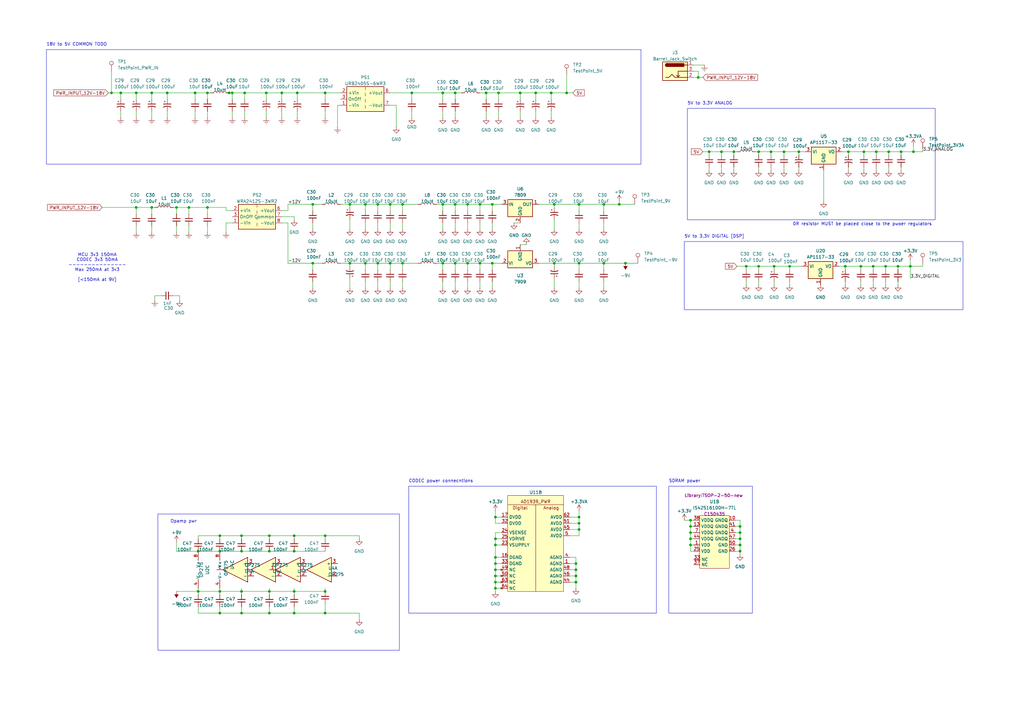
<source format=kicad_sch>
(kicad_sch (version 20231120) (generator "eeschema") (generator_version "8.0")
  (paper "A3")
  (junction (at 81.28 242.57))
  (junction (at 121.92 38.1))
  (junction (at 303.53 220.98))
  (junction (at 72.39 85.09))
  (junction (at 254 83.82))
  (junction (at 160.02 107.95))
  (junction (at 149.86 107.95))
  (junction (at 93.98 38.1))
  (junction (at 236.22 231.14))
  (junction (at 236.22 238.76))
  (junction (at 283.21 218.44))
  (junction (at 110.49 226.06))
  (junction (at 237.49 217.17))
  (junction (at 115.57 38.1))
  (junction (at 201.93 83.82))
  (junction (at 181.61 107.95))
  (junction (at 247.65 83.82))
  (junction (at 85.09 38.1))
  (junction (at 100.33 38.1))
  (junction (at 133.35 219.71))
  (junction (at 45.72 38.1))
  (junction (at 321.5512 62.23))
  (junction (at 283.21 220.98))
  (junction (at 196.85 83.82))
  (junction (at 81.28 226.06))
  (junction (at 85.09 85.09))
  (junction (at 300.99 62.23))
  (junction (at 219.71 38.1))
  (junction (at 143.51 83.82))
  (junction (at 286.385 31.75))
  (junction (at 109.22 38.1))
  (junction (at 227.33 107.95))
  (junction (at 283.21 215.9))
  (junction (at 236.22 236.22))
  (junction (at 237.49 212.09))
  (junction (at 133.35 251.46))
  (junction (at 323.85 109.22))
  (junction (at 95.25 38.1))
  (junction (at 68.58 38.1))
  (junction (at 191.77 83.82))
  (junction (at 128.27 83.82))
  (junction (at 358.14 109.22))
  (junction (at 110.49 219.71))
  (junction (at 120.65 251.46))
  (junction (at 165.1 83.82))
  (junction (at 369.57 62.23))
  (junction (at 203.2 220.98))
  (junction (at 99.06 219.71))
  (junction (at 80.01 38.1))
  (junction (at 303.53 226.06))
  (junction (at 303.53 223.52))
  (junction (at 133.35 242.57))
  (junction (at 77.47 85.09))
  (junction (at 181.61 38.1))
  (junction (at 90.17 219.71))
  (junction (at 90.17 226.06))
  (junction (at 353.06 109.22))
  (junction (at 213.36 38.1))
  (junction (at 181.61 83.82))
  (junction (at 311.15 109.22))
  (junction (at 354.33 62.23))
  (junction (at 316.23 62.23))
  (junction (at 149.86 83.82))
  (junction (at 90.17 251.46))
  (junction (at 359.41 62.23))
  (junction (at 237.49 214.63))
  (junction (at 237.49 107.95))
  (junction (at 99.06 251.46))
  (junction (at 203.2 236.22))
  (junction (at 368.3 109.22))
  (junction (at 99.06 242.57))
  (junction (at 191.77 107.95))
  (junction (at 120.65 242.57))
  (junction (at 290.83 62.23))
  (junction (at 374.65 62.23))
  (junction (at 203.2 241.3))
  (junction (at 303.53 218.44))
  (junction (at 232.41 38.1))
  (junction (at 373.38 109.22))
  (junction (at 110.49 251.46))
  (junction (at 154.94 83.82))
  (junction (at 203.2 212.09))
  (junction (at 62.23 85.09))
  (junction (at 236.22 233.68))
  (junction (at 303.53 215.9))
  (junction (at 227.33 83.82))
  (junction (at 99.06 226.06))
  (junction (at 120.65 226.06))
  (junction (at 346.71 109.22))
  (junction (at 306.07 109.22))
  (junction (at 120.65 219.71))
  (junction (at 154.94 107.95))
  (junction (at 49.53 38.1))
  (junction (at 295.91 62.23))
  (junction (at 203.2 238.76))
  (junction (at 55.88 38.1))
  (junction (at 160.02 83.82))
  (junction (at 186.69 83.82))
  (junction (at 204.47 38.1))
  (junction (at 62.23 38.1))
  (junction (at 186.69 38.1))
  (junction (at 199.39 38.1))
  (junction (at 364.49 62.23))
  (junction (at 256.54 107.95))
  (junction (at 283.21 223.52))
  (junction (at 247.65 107.95))
  (junction (at 128.27 107.95))
  (junction (at 363.22 109.22))
  (junction (at 133.35 38.1))
  (junction (at 90.17 242.57))
  (junction (at 168.91 38.1))
  (junction (at 317.5 109.22))
  (junction (at 347.98 62.23))
  (junction (at 237.49 83.82))
  (junction (at 311.15 62.23))
  (junction (at 203.2 228.6))
  (junction (at 203.2 231.14))
  (junction (at 327.66 62.23))
  (junction (at 143.51 107.95))
  (junction (at 110.49 242.57))
  (junction (at 196.85 107.95))
  (junction (at 201.93 107.95))
  (junction (at 283.21 213.36))
  (junction (at 226.06 38.1))
  (junction (at 203.2 233.68))
  (junction (at 203.2 223.52))
  (junction (at 165.1 107.95))
  (junction (at 186.69 107.95))
  (junction (at 55.88 85.09))
  (wire (pts (xy 327.66 69.85) (xy 327.66 68.58)))
  (wire (pts (xy 160.02 43.18) (xy 162.56 43.18)))
  (wire (pts (xy 154.94 91.44) (xy 154.94 93.98)))
  (wire (pts (xy 203.2 220.98) (xy 203.2 223.52)))
  (wire (pts (xy 288.925 26.67) (xy 284.48 26.67)))
  (wire (pts (xy 118.11 107.95) (xy 128.27 107.95)))
  (wire (pts (xy 62.23 85.09) (xy 63.5 85.09)))
  (wire (pts (xy 345.44 62.23) (xy 347.98 62.23)))
  (wire (pts (xy 181.61 91.44) (xy 181.61 93.98)))
  (wire (pts (xy 160.02 107.95) (xy 165.1 107.95)))
  (wire (pts (xy 199.39 45.72) (xy 199.39 48.26)))
  (wire (pts (xy 317.5 115.57) (xy 317.5 116.84)))
  (wire (pts (xy 160.02 107.95) (xy 160.02 110.49)))
  (wire (pts (xy 120.65 242.57) (xy 120.65 243.84)))
  (wire (pts (xy 226.06 38.1) (xy 226.06 40.64)))
  (wire (pts (xy 72.39 85.09) (xy 72.39 87.63)))
  (wire (pts (xy 369.57 62.23) (xy 374.65 62.23)))
  (wire (pts (xy 347.98 63.5) (xy 347.98 62.23)))
  (wire (pts (xy 247.65 83.82) (xy 247.65 86.36)))
  (wire (pts (xy 118.11 83.82) (xy 118.11 86.36)))
  (wire (pts (xy 227.33 107.95) (xy 227.33 109.22)))
  (wire (pts (xy 118.11 91.44) (xy 118.11 107.95)))
  (wire (pts (xy 68.58 45.72) (xy 68.58 48.26)))
  (wire (pts (xy 354.33 63.5) (xy 354.33 62.23)))
  (wire (pts (xy 139.7 83.82) (xy 143.51 83.82)))
  (wire (pts (xy 81.28 242.57) (xy 81.28 243.84)))
  (wire (pts (xy 203.2 238.76) (xy 203.2 241.3)))
  (wire (pts (xy 120.65 242.57) (xy 133.35 242.57)))
  (wire (pts (xy 72.39 222.25) (xy 72.39 226.06)))
  (wire (pts (xy 191.77 91.44) (xy 191.77 93.98)))
  (wire (pts (xy 303.53 213.36) (xy 303.53 215.9)))
  (wire (pts (xy 93.98 38.1) (xy 95.25 38.1)))
  (wire (pts (xy 286.385 31.75) (xy 288.29 31.75)))
  (wire (pts (xy 213.36 45.72) (xy 213.36 48.26)))
  (wire (pts (xy 233.68 231.14) (xy 236.22 231.14)))
  (wire (pts (xy 186.69 45.72) (xy 186.69 48.26)))
  (wire (pts (xy 81.28 226.06) (xy 90.17 226.06)))
  (wire (pts (xy 327.66 62.23) (xy 330.2 62.23)))
  (wire (pts (xy 147.32 251.46) (xy 133.35 251.46)))
  (wire (pts (xy 300.99 63.5) (xy 300.99 62.23)))
  (wire (pts (xy 73.66 121.285) (xy 73.66 123.19)))
  (wire (pts (xy 168.91 38.1) (xy 181.61 38.1)))
  (wire (pts (xy 121.92 45.72) (xy 121.92 48.26)))
  (wire (pts (xy 191.77 83.82) (xy 196.85 83.82)))
  (wire (pts (xy 133.35 45.72) (xy 133.35 48.26)))
  (wire (pts (xy 254 82.55) (xy 254 83.82)))
  (wire (pts (xy 81.28 242.57) (xy 81.28 241.3)))
  (wire (pts (xy 133.35 38.1) (xy 133.35 40.64)))
  (wire (pts (xy 300.99 62.23) (xy 302.26 62.23)))
  (wire (pts (xy 147.32 251.46) (xy 147.32 254)))
  (wire (pts (xy 138.43 43.18) (xy 139.7 43.18)))
  (wire (pts (xy 160.02 83.82) (xy 160.02 86.36)))
  (wire (pts (xy 196.85 83.82) (xy 201.93 83.82)))
  (wire (pts (xy 301.625 220.98) (xy 303.53 220.98)))
  (wire (pts (xy 90.17 226.06) (xy 99.06 226.06)))
  (wire (pts (xy 283.21 223.52) (xy 284.48 223.52)))
  (wire (pts (xy 204.47 38.1) (xy 204.47 40.64)))
  (wire (pts (xy 62.23 38.1) (xy 62.23 40.64)))
  (wire (pts (xy 160.02 91.44) (xy 160.02 93.98)))
  (wire (pts (xy 205.74 236.22) (xy 203.2 236.22)))
  (wire (pts (xy 317.5 109.22) (xy 317.5 110.49)))
  (wire (pts (xy 311.15 115.57) (xy 311.15 116.84)))
  (wire (pts (xy 186.69 83.82) (xy 186.69 86.36)))
  (wire (pts (xy 100.33 38.1) (xy 100.33 40.64)))
  (wire (pts (xy 133.35 247.65) (xy 133.35 251.46)))
  (wire (pts (xy 149.86 83.82) (xy 154.94 83.82)))
  (wire (pts (xy 283.21 223.52) (xy 283.21 226.06)))
  (wire (pts (xy 359.41 68.58) (xy 359.41 69.85)))
  (wire (pts (xy 92.71 95.25) (xy 92.71 91.44)))
  (wire (pts (xy 321.5512 63.5) (xy 321.5512 62.23)))
  (wire (pts (xy 283.21 218.44) (xy 283.21 220.98)))
  (wire (pts (xy 99.06 219.71) (xy 99.06 220.98)))
  (wire (pts (xy 165.1 107.95) (xy 171.45 107.95)))
  (wire (pts (xy 283.21 213.36) (xy 284.48 213.36)))
  (wire (pts (xy 300.99 68.58) (xy 300.99 69.85)))
  (wire (pts (xy 205.74 241.3) (xy 203.2 241.3)))
  (wire (pts (xy 354.33 68.58) (xy 354.33 69.85)))
  (wire (pts (xy 303.53 218.44) (xy 303.53 220.98)))
  (wire (pts (xy 290.83 68.58) (xy 290.83 69.85)))
  (wire (pts (xy 110.49 251.46) (xy 110.49 248.92)))
  (wire (pts (xy 160.02 115.57) (xy 160.02 118.11)))
  (wire (pts (xy 201.93 83.82) (xy 201.93 86.36)))
  (wire (pts (xy 179.07 107.95) (xy 181.61 107.95)))
  (wire (pts (xy 219.71 38.1) (xy 219.71 40.64)))
  (wire (pts (xy 143.51 114.3) (xy 143.51 118.11)))
  (wire (pts (xy 85.09 85.09) (xy 85.09 87.63)))
  (wire (pts (xy 143.51 107.95) (xy 143.51 109.22)))
  (wire (pts (xy 369.57 63.5) (xy 369.57 62.23)))
  (wire (pts (xy 85.09 38.1) (xy 86.36 38.1)))
  (wire (pts (xy 347.98 68.58) (xy 347.98 69.85)))
  (wire (pts (xy 80.01 45.72) (xy 80.01 48.26)))
  (wire (pts (xy 364.49 62.23) (xy 369.57 62.23)))
  (wire (pts (xy 295.91 68.58) (xy 295.91 69.85)))
  (wire (pts (xy 303.53 226.06) (xy 303.53 227.33)))
  (wire (pts (xy 205.74 231.14) (xy 203.2 231.14)))
  (wire (pts (xy 204.47 38.1) (xy 213.36 38.1)))
  (wire (pts (xy 369.57 68.58) (xy 369.57 69.85)))
  (wire (pts (xy 316.23 63.5) (xy 316.23 62.23)))
  (wire (pts (xy 95.25 38.1) (xy 100.33 38.1)))
  (wire (pts (xy 236.22 233.68) (xy 236.22 236.22)))
  (wire (pts (xy 133.35 251.46) (xy 120.65 251.46)))
  (wire (pts (xy 143.51 85.09) (xy 143.51 83.82)))
  (wire (pts (xy 147.32 219.71) (xy 147.32 220.98)))
  (wire (pts (xy 99.06 219.71) (xy 110.49 219.71)))
  (wire (pts (xy 99.06 251.46) (xy 110.49 251.46)))
  (wire (pts (xy 181.61 107.95) (xy 181.61 110.49)))
  (wire (pts (xy 323.85 109.22) (xy 317.5 109.22)))
  (wire (pts (xy 363.22 110.49) (xy 363.22 109.22)))
  (wire (pts (xy 95.25 45.72) (xy 95.25 48.26)))
  (wire (pts (xy 133.35 219.71) (xy 133.35 220.98)))
  (wire (pts (xy 154.94 115.57) (xy 154.94 118.11)))
  (wire (pts (xy 81.28 251.46) (xy 90.17 251.46)))
  (wire (pts (xy 196.85 107.95) (xy 196.85 110.49)))
  (wire (pts (xy 321.5512 68.58) (xy 321.5512 69.85)))
  (wire (pts (xy 233.68 217.17) (xy 237.49 217.17)))
  (wire (pts (xy 191.77 107.95) (xy 196.85 107.95)))
  (wire (pts (xy 203.2 231.14) (xy 203.2 233.68)))
  (wire (pts (xy 165.1 115.57) (xy 165.1 118.11)))
  (wire (pts (xy 220.98 107.95) (xy 227.33 107.95)))
  (wire (pts (xy 49.53 38.1) (xy 55.88 38.1)))
  (wire (pts (xy 378.46 109.22) (xy 378.46 107.95)))
  (wire (pts (xy 201.93 115.57) (xy 201.93 118.11)))
  (wire (pts (xy 215.9 100.33) (xy 213.36 100.33)))
  (wire (pts (xy 160.02 83.82) (xy 165.1 83.82)))
  (wire (pts (xy 311.15 68.58) (xy 311.15 69.85)))
  (wire (pts (xy 227.33 93.98) (xy 227.33 90.17)))
  (wire (pts (xy 363.22 109.22) (xy 368.3 109.22)))
  (wire (pts (xy 120.65 88.9) (xy 120.65 90.17)))
  (wire (pts (xy 358.14 115.57) (xy 358.14 116.84)))
  (wire (pts (xy 90.17 243.84) (xy 90.17 242.57)))
  (wire (pts (xy 162.56 43.18) (xy 162.56 52.07)))
  (wire (pts (xy 149.86 115.57) (xy 149.86 118.11)))
  (wire (pts (xy 165.1 83.82) (xy 165.1 86.36)))
  (wire (pts (xy 120.65 242.57) (xy 120.65 241.3)))
  (wire (pts (xy 311.15 109.22) (xy 317.5 109.22)))
  (wire (pts (xy 191.77 115.57) (xy 191.77 118.11)))
  (wire (pts (xy 90.17 242.57) (xy 99.06 242.57)))
  (wire (pts (xy 344.17 109.22) (xy 346.71 109.22)))
  (wire (pts (xy 181.61 107.95) (xy 186.69 107.95)))
  (wire (pts (xy 358.14 110.49) (xy 358.14 109.22)))
  (wire (pts (xy 181.61 83.82) (xy 186.69 83.82)))
  (wire (pts (xy 196.85 115.57) (xy 196.85 118.11)))
  (wire (pts (xy 154.94 107.95) (xy 154.94 110.49)))
  (wire (pts (xy 81.28 251.46) (xy 81.28 248.92)))
  (wire (pts (xy 219.71 38.1) (xy 226.06 38.1)))
  (wire (pts (xy 283.21 220.98) (xy 283.21 223.52)))
  (wire (pts (xy 301.625 215.9) (xy 303.53 215.9)))
  (wire (pts (xy 165.1 83.82) (xy 171.45 83.82)))
  (wire (pts (xy 306.07 110.49) (xy 306.07 109.22)))
  (wire (pts (xy 149.86 107.95) (xy 149.86 110.49)))
  (wire (pts (xy 186.69 83.82) (xy 191.77 83.82)))
  (wire (pts (xy 168.91 38.1) (xy 168.91 40.64)))
  (wire (pts (xy 99.06 226.06) (xy 110.49 226.06)))
  (wire (pts (xy 55.88 85.09) (xy 62.23 85.09)))
  (wire (pts (xy 346.71 110.49) (xy 346.71 109.22)))
  (wire (pts (xy 186.69 107.95) (xy 186.69 110.49)))
  (wire (pts (xy 247.65 107.95) (xy 247.65 110.49)))
  (wire (pts (xy 201.93 107.95) (xy 201.93 110.49)))
  (wire (pts (xy 110.49 226.06) (xy 120.65 226.06)))
  (wire (pts (xy 80.01 38.1) (xy 85.09 38.1)))
  (wire (pts (xy 85.09 45.72) (xy 85.09 48.26)))
  (wire (pts (xy 90.17 251.46) (xy 90.17 248.92)))
  (wire (pts (xy 99.06 242.57) (xy 110.49 242.57)))
  (wire (pts (xy 233.68 236.22) (xy 236.22 236.22)))
  (wire (pts (xy 120.65 219.71) (xy 120.65 220.98)))
  (wire (pts (xy 247.65 115.57) (xy 247.65 118.11)))
  (wire (pts (xy 100.33 45.72) (xy 100.33 48.26)))
  (wire (pts (xy 181.61 38.1) (xy 181.61 40.64)))
  (wire (pts (xy 337.82 69.85) (xy 337.82 82.55)))
  (wire (pts (xy 233.68 219.71) (xy 237.49 219.71)))
  (wire (pts (xy 55.88 92.71) (xy 55.88 95.25)))
  (wire (pts (xy 71.12 85.09) (xy 72.39 85.09)))
  (wire (pts (xy 237.49 91.44) (xy 237.49 93.98)))
  (wire (pts (xy 311.15 110.49) (xy 311.15 109.22)))
  (wire (pts (xy 237.49 217.17) (xy 237.49 219.71)))
  (wire (pts (xy 373.38 114.3) (xy 373.38 109.22)))
  (wire (pts (xy 364.49 63.5) (xy 364.49 62.23)))
  (wire (pts (xy 316.23 62.23) (xy 321.5512 62.23)))
  (wire (pts (xy 55.88 85.09) (xy 55.88 87.63)))
  (wire (pts (xy 143.51 83.82) (xy 149.86 83.82)))
  (wire (pts (xy 226.06 38.1) (xy 232.41 38.1)))
  (wire (pts (xy 191.77 107.95) (xy 191.77 110.49)))
  (wire (pts (xy 201.93 91.44) (xy 201.93 93.98)))
  (wire (pts (xy 205.74 214.63) (xy 203.2 214.63)))
  (wire (pts (xy 247.65 83.82) (xy 254 83.82)))
  (wire (pts (xy 165.1 91.44) (xy 165.1 93.98)))
  (wire (pts (xy 92.71 86.36) (xy 92.71 85.09)))
  (wire (pts (xy 368.3 115.57) (xy 368.3 116.84)))
  (wire (pts (xy 227.33 83.82) (xy 237.49 83.82)))
  (wire (pts (xy 186.69 115.57) (xy 186.69 118.11)))
  (wire (pts (xy 327.66 63.5) (xy 327.66 62.23)))
  (wire (pts (xy 301.625 223.52) (xy 303.53 223.52)))
  (wire (pts (xy 121.92 38.1) (xy 121.92 40.64)))
  (wire (pts (xy 115.57 45.72) (xy 115.57 48.26)))
  (wire (pts (xy 309.88 62.23) (xy 311.15 62.23)))
  (wire (pts (xy 85.09 38.1) (xy 85.09 40.64)))
  (wire (pts (xy 168.91 45.72) (xy 168.91 48.26)))
  (wire (pts (xy 90.17 219.71) (xy 90.17 220.98)))
  (wire (pts (xy 95.25 38.1) (xy 95.25 40.64)))
  (wire (pts (xy 133.35 241.3) (xy 133.35 242.57)))
  (wire (pts (xy 128.27 91.44) (xy 128.27 93.98)))
  (wire (pts (xy 49.53 45.72) (xy 49.53 48.26)))
  (wire (pts (xy 237.49 212.09) (xy 237.49 214.63)))
  (wire (pts (xy 196.85 107.95) (xy 201.93 107.95)))
  (wire (pts (xy 260.35 83.82) (xy 254 83.82)))
  (wire (pts (xy 237.49 115.57) (xy 237.49 118.11)))
  (wire (pts (xy 219.71 45.72) (xy 219.71 48.26)))
  (wire (pts (xy 110.49 242.57) (xy 110.49 243.84)))
  (wire (pts (xy 237.49 83.82) (xy 237.49 86.36)))
  (wire (pts (xy 201.93 83.82) (xy 205.74 83.82)))
  (wire (pts (xy 181.61 38.1) (xy 186.69 38.1)))
  (wire (pts (xy 133.35 219.71) (xy 147.32 219.71)))
  (wire (pts (xy 306.07 109.22) (xy 311.15 109.22)))
  (wire (pts (xy 191.77 83.82) (xy 191.77 86.36)))
  (wire (pts (xy 132.08 83.82) (xy 128.27 83.82)))
  (wire (pts (xy 99.06 251.46) (xy 99.06 248.92)))
  (wire (pts (xy 45.72 38.1) (xy 49.53 38.1)))
  (wire (pts (xy 303.53 215.9) (xy 303.53 218.44)))
  (wire (pts (xy 303.53 223.52) (xy 303.53 226.06)))
  (wire (pts (xy 196.85 91.44) (xy 196.85 93.98)))
  (wire (pts (xy 205.74 218.44) (xy 203.2 218.44)))
  (wire (pts (xy 186.69 38.1) (xy 186.69 40.64)))
  (wire (pts (xy 213.36 38.1) (xy 219.71 38.1)))
  (wire (pts (xy 81.28 242.57) (xy 90.17 242.57)))
  (wire (pts (xy 85.09 85.09) (xy 92.71 85.09)))
  (wire (pts (xy 77.47 92.71) (xy 77.47 95.25)))
  (wire (pts (xy 120.65 219.71) (xy 133.35 219.71)))
  (wire (pts (xy 203.2 236.22) (xy 203.2 238.76)))
  (wire (pts (xy 226.06 45.72) (xy 226.06 48.26)))
  (wire (pts (xy 321.5512 62.23) (xy 327.66 62.23)))
  (wire (pts (xy 199.39 38.1) (xy 199.39 40.64)))
  (wire (pts (xy 301.625 213.36) (xy 303.53 213.36)))
  (wire (pts (xy 301.625 226.06) (xy 303.53 226.06)))
  (wire (pts (xy 203.2 212.09) (xy 203.2 214.63)))
  (wire (pts (xy 283.21 215.9) (xy 284.48 215.9)))
  (wire (pts (xy 286.385 29.21) (xy 286.385 31.75)))
  (wire (pts (xy 62.23 85.09) (xy 62.23 87.63)))
  (wire (pts (xy 110.49 219.71) (xy 110.49 220.98)))
  (wire (pts (xy 283.21 220.98) (xy 284.48 220.98)))
  (wire (pts (xy 90.17 251.46) (xy 99.06 251.46)))
  (wire (pts (xy 110.49 219.71) (xy 120.65 219.71)))
  (wire (pts (xy 233.68 212.09) (xy 237.49 212.09)))
  (wire (pts (xy 302.26 109.22) (xy 306.07 109.22)))
  (wire (pts (xy 80.01 38.1) (xy 80.01 40.64)))
  (wire (pts (xy 149.86 107.95) (xy 154.94 107.95)))
  (wire (pts (xy 203.2 228.6) (xy 203.2 231.14)))
  (wire (pts (xy 237.49 83.82) (xy 247.65 83.82)))
  (wire (pts (xy 347.98 62.23) (xy 354.33 62.23)))
  (wire (pts (xy 354.33 62.23) (xy 359.41 62.23)))
  (wire (pts (xy 368.3 110.49) (xy 368.3 109.22)))
  (wire (pts (xy 280.67 213.36) (xy 283.21 213.36)))
  (wire (pts (xy 358.14 109.22) (xy 363.22 109.22)))
  (wire (pts (xy 236.22 231.14) (xy 236.22 233.68)))
  (wire (pts (xy 311.15 62.23) (xy 316.23 62.23)))
  (wire (pts (xy 290.83 63.5) (xy 290.83 62.23)))
  (wire (pts (xy 139.7 107.95) (xy 143.51 107.95)))
  (wire (pts (xy 160.02 38.1) (xy 168.91 38.1)))
  (wire (pts (xy 203.2 218.44) (xy 203.2 220.98)))
  (wire (pts (xy 120.65 251.46) (xy 120.65 248.92)))
  (wire (pts (xy 44.45 38.1) (xy 45.72 38.1)))
  (wire (pts (xy 256.54 107.95) (xy 261.62 107.95)))
  (wire (pts (xy 72.39 85.09) (xy 77.47 85.09)))
  (wire (pts (xy 85.09 92.71) (xy 85.09 95.25)))
  (wire (pts (xy 154.94 83.82) (xy 160.02 83.82)))
  (wire (pts (xy 55.88 45.72) (xy 55.88 48.26)))
  (wire (pts (xy 205.74 220.98) (xy 203.2 220.98)))
  (wire (pts (xy 363.22 115.57) (xy 363.22 116.84)))
  (wire (pts (xy 301.625 218.44) (xy 303.53 218.44)))
  (wire (pts (xy 143.51 93.98) (xy 143.51 90.17)))
  (wire (pts (xy 45.72 29.21) (xy 45.72 38.1)))
  (wire (pts (xy 203.2 233.68) (xy 203.2 236.22)))
  (wire (pts (xy 92.71 38.1) (xy 93.98 38.1)))
  (wire (pts (xy 233.68 238.76) (xy 236.22 238.76)))
  (wire (pts (xy 227.33 114.3) (xy 227.33 118.11)))
  (wire (pts (xy 196.85 83.82) (xy 196.85 86.36)))
  (wire (pts (xy 237.49 214.63) (xy 237.49 217.17)))
  (wire (pts (xy 92.71 91.44) (xy 95.25 91.44)))
  (wire (pts (xy 41.91 85.09) (xy 55.88 85.09)))
  (wire (pts (xy 181.61 115.57) (xy 181.61 118.11)))
  (wire (pts (xy 203.2 212.09) (xy 205.74 212.09)))
  (wire (pts (xy 203.2 209.55) (xy 203.2 212.09)))
  (wire (pts (xy 110.49 242.57) (xy 110.49 241.3)))
  (wire (pts (xy 100.33 38.1) (xy 109.22 38.1)))
  (wire (pts (xy 205.74 223.52) (xy 203.2 223.52)))
  (wire (pts (xy 227.33 85.09) (xy 227.33 83.82)))
  (wire (pts (xy 181.61 45.72) (xy 181.61 48.26)))
  (wire (pts (xy 63.5 121.285) (xy 63.5 123.19)))
  (wire (pts (xy 316.23 68.58) (xy 316.23 69.85)))
  (wire (pts (xy 205.74 233.68) (xy 203.2 233.68)))
  (wire (pts (xy 203.2 223.52) (xy 203.2 228.6)))
  (wire (pts (xy 283.21 213.36) (xy 283.21 215.9)))
  (wire (pts (xy 95.25 86.36) (xy 92.71 86.36)))
  (wire (pts (xy 373.38 106.68) (xy 373.38 109.22)))
  (wire (pts (xy 154.94 107.95) (xy 160.02 107.95)))
  (wire (pts (xy 201.93 107.95) (xy 205.74 107.95)))
  (wire (pts (xy 303.53 220.98) (xy 303.53 223.52)))
  (wire (pts (xy 204.47 45.72) (xy 204.47 48.26)))
  (wire (pts (xy 71.12 121.285) (xy 73.66 121.285)))
  (wire (pts (xy 109.22 38.1) (xy 109.22 40.64)))
  (wire (pts (xy 284.48 29.21) (xy 286.385 29.21)))
  (wire (pts (xy 110.49 242.57) (xy 120.65 242.57)))
  (wire (pts (xy 220.98 83.82) (xy 227.33 83.82)))
  (wire (pts (xy 237.49 107.95) (xy 237.49 110.49)))
  (wire (pts (xy 236.22 228.6) (xy 236.22 231.14)))
  (wire (pts (xy 378.46 60.96) (xy 378.46 62.23)))
  (wire (pts (xy 90.17 219.71) (xy 99.06 219.71)))
  (wire (pts (xy 149.86 91.44) (xy 149.86 93.98)))
  (wire (pts (xy 81.28 219.71) (xy 90.17 219.71)))
  (wire (pts (xy 165.1 107.95) (xy 165.1 110.49)))
  (wire (pts (xy 133.35 38.1) (xy 139.7 38.1)))
  (wire (pts (xy 115.57 86.36) (xy 118.11 86.36)))
  (wire (pts (xy 203.2 241.3) (xy 203.2 242.57)))
  (wire (pts (xy 68.58 38.1) (xy 68.58 40.64)))
  (wire (pts (xy 115.57 91.44) (xy 118.11 91.44)))
  (wire (pts (xy 284.48 31.75) (xy 286.385 31.75)))
  (wire (pts (xy 378.46 109.22) (xy 373.38 109.22)))
  (wire (pts (xy 154.94 83.82) (xy 154.94 86.36)))
  (wire (pts (xy 121.92 38.1) (xy 133.35 38.1)))
  (wire (pts (xy 346.71 109.22) (xy 353.06 109.22)))
  (wire (pts (xy 237.49 107.95) (xy 247.65 107.95)))
  (wire (pts (xy 62.23 38.1) (xy 68.58 38.1)))
  (wire (pts (xy 99.06 242.57) (xy 99.06 241.3)))
  (wire (pts (xy 62.23 45.72) (xy 62.23 48.26)))
  (wire (pts (xy 283.21 215.9) (xy 283.21 218.44)))
  (wire (pts (xy 62.23 92.71) (xy 62.23 95.25)))
  (wire (pts (xy 186.69 107.95) (xy 191.77 107.95)))
  (wire (pts (xy 49.53 38.1) (xy 49.53 40.64)))
  (wire (pts (xy 288.29 62.23) (xy 290.83 62.23)))
  (wire (pts (xy 247.65 91.44) (xy 247.65 93.98)))
  (wire (pts (xy 306.07 115.57) (xy 306.07 116.84)))
  (wire (pts (xy 77.47 85.09) (xy 77.47 87.63)))
  (wire (pts (xy 128.27 115.57) (xy 128.27 118.11)))
  (wire (pts (xy 232.41 38.1) (xy 234.95 38.1)))
  (wire (pts (xy 179.07 83.82) (xy 181.61 83.82)))
  (wire (pts (xy 186.69 91.44) (xy 186.69 93.98)))
  (wire (pts (xy 233.68 214.63) (xy 237.49 214.63)))
  (wire (pts (xy 353.06 110.49) (xy 353.06 109.22)))
  (wire (pts (xy 359.41 63.5) (xy 359.41 62.23)))
  (wire (pts (xy 290.83 62.23) (xy 295.91 62.23)))
  (wire (pts (xy 128.27 83.82) (xy 128.27 86.36)))
  (wire (pts (xy 72.39 92.71) (xy 72.39 95.25)))
  (wire (pts (xy 109.22 45.72) (xy 109.22 48.26)))
  (wire (pts (xy 115.57 38.1) (xy 121.92 38.1)))
  (wire (pts (xy 186.69 38.1) (xy 189.23 38.1)))
  (wire (pts (xy 283.21 226.06) (xy 284.48 226.06)))
  (wire (pts (xy 128.27 107.95) (xy 132.08 107.95)))
  (wire (pts (xy 364.49 68.58) (xy 364.49 69.85)))
  (wire (pts (xy 109.22 38.1) (xy 115.57 38.1)))
  (wire (pts (xy 90.17 242.57) (xy 90.17 241.3)))
  (wire (pts (xy 72.39 242.57) (xy 81.28 242.57)))
  (wire (pts (xy 199.39 38.1) (xy 204.47 38.1)))
  (wire (pts (xy 295.91 62.23) (xy 300.99 62.23)))
  (wire (pts (xy 72.39 226.06) (xy 81.28 226.06)))
  (wire (pts (xy 247.65 107.95) (xy 256.54 107.95)))
  (wire (pts (xy 213.36 38.1) (xy 213.36 40.64)))
  (wire (pts (xy 128.27 107.95) (xy 128.27 110.49)))
  (wire (pts (xy 99.06 242.57) (xy 99.06 243.84)))
  (wire (pts (xy 283.21 218.44) (xy 284.48 218.44)))
  (wire (pts (xy 115.57 88.9) (xy 120.65 88.9)))
  (wire (pts (xy 77.47 85.09) (xy 85.09 85.09)))
  (wire (pts (xy 68.58 38.1) (xy 80.01 38.1)))
  (wire (pts (xy 323.85 109.22) (xy 323.85 110.49)))
  (wire (pts (xy 55.88 38.1) (xy 62.23 38.1)))
  (wire (pts (xy 232.41 30.48) (xy 232.41 38.1)))
  (wire (pts (xy 55.88 38.1) (xy 55.88 40.64)))
  (wire (pts (xy 81.28 219.71) (xy 81.28 220.98)))
  (wire (pts (xy 196.85 38.1) (xy 199.39 38.1)))
  (wire (pts (xy 378.46 62.23) (xy 374.65 62.23)))
  (wire (pts (xy 120.65 226.06) (xy 133.35 226.06)))
  (wire (pts (xy 374.65 59.69) (xy 374.65 62.23)))
  (wire (pts (xy 110.49 251.46) (xy 120.65 251.46)))
  (wire (pts (xy 353.06 115.57) (xy 353.06 116.84)))
  (wire (pts (xy 118.11 83.82) (xy 128.27 83.82)))
  (wire (pts (xy 237.49 209.55) (xy 237.49 212.09)))
  (wire (pts (xy 295.91 63.5) (xy 295.91 62.23)))
  (wire (pts (xy 233.68 228.6) (xy 236.22 228.6)))
  (wire (pts (xy 353.06 109.22) (xy 358.14 109.22)))
  (wire (pts (xy 205.74 238.76) (xy 203.2 238.76)))
  (wire (pts (xy 210.82 91.44) (xy 213.36 91.44)))
  (wire (pts (xy 143.51 107.95) (xy 149.86 107.95)))
  (wire (pts (xy 181.61 83.82) (xy 181.61 86.36)))
  (wire (pts (xy 138.43 43.18) (xy 138.43 52.07)))
  (wire (pts (xy 233.68 233.68) (xy 236.22 233.68)))
  (wire (pts (xy 205.74 228.6) (xy 203.2 228.6)))
  (wire (pts (xy 346.71 115.57) (xy 346.71 116.84)))
  (wire (pts (xy 149.86 83.82) (xy 149.86 86.36)))
  (wire (pts (xy 236.22 236.22) (xy 236.22 238.76)))
  (wire (pts (xy 323.85 109.22) (xy 328.93 109.22)))
  (wire (pts (xy 66.04 121.285) (xy 63.5 121.285)))
  (wire (pts (xy 368.3 109.22) (xy 373.38 109.22)))
  (wire (pts (xy 311.15 63.5) (xy 311.15 62.23)))
  (wire (pts (xy 359.41 62.23) (xy 364.49 62.23)))
  (wire (pts (xy 323.85 116.84) (xy 323.85 115.57)))
  (wire (pts (xy 236.22 238.76) (xy 236.22 241.3)))
  (wire (pts (xy 115.57 38.1) (xy 115.57 40.64)))
  (wire (pts (xy 227.33 107.95) (xy 237.49 107.95)))
  (rectangle (start 167.64 199.39) (end 269.24 251.46))
  (rectangle (start 280.67 99.06) (end 394.97 127))
  (rectangle (start 274.32 199.39) (end 308.61 251.46))
  (rectangle (start 281.94 44.45) (end 383.54 90.17))
  (rectangle (start 64.77 210.82) (end 163.83 266.7))
  (rectangle (start 19.05 20.32) (end 262.89 67.31))
  (text "5V to 3.3V DIGITAL [DSP]\n" (at 280.67 97.79 0) (effects (font (size 1.27 1.27)) (justify left bottom)))
  (text "SDRAM power\n" (at 274.32 198.12 0) (effects (font (size 1.27 1.27)) (justify left bottom)))
  (text "CODEC power connecntions\n" (at 167.64 198.12 0) (effects (font (size 1.27 1.27)) (justify left bottom)))
  (text "MCU 3v3 150mA\nCODEC 3v3 50mA\n---------------\nMax 250mA at 3v3\n\n[<150mA at 9V]" (at 39.878 109.728 0) (effects (font (size 1.27 1.27))))
  (text "Opamp pwr\n" (at 69.85 214.63 0) (effects (font (size 1.27 1.27)) (justify left bottom)))
  (text "0R resistor MUST be placed close to the pwoer regulators\n" (at 325.12 92.71 0) (effects (font (size 1.27 1.27)) (justify left bottom)))
  (text "5V to 3.3V ANALOG\n" (at 281.94 43.18 0) (effects (font (size 1.27 1.27)) (justify left bottom)))
  (text "18V to 5V COMMON TODO\n" (at 19.05 19.05 0) (effects (font (size 1.27 1.27)) (justify left bottom)))
  (label "+12V" (at 118.11 83.82 0))
  (label "3.3V_ANALOG" (at 378.46 62.23 0))
  (label "-12V" (at 118.11 107.95 0))
  (label "3.3V_DIGITAL" (at 373.38 114.3 0))
  (global_label "5V" (shape input) (at 302.26 109.22 180) (property "Intersheetrefs" "${INTERSHEET_REFS}" (effects (hide yes))))
  (global_label "PWR_INPUT_12V-18V" (shape input) (at 44.45 38.1 180) (property "Intersheetrefs" "${INTERSHEET_REFS}" (effects (hide yes))))
  (global_label "PWR_INPUT_12V-18V" (shape input) (at 288.29 31.75 0) (property "Intersheetrefs" "${INTERSHEET_REFS}" (effects (hide yes))))
  (global_label "PWR_INPUT_12V-18V" (shape input) (at 41.91 85.09 180) (property "Intersheetrefs" "${INTERSHEET_REFS}" (effects (hide yes))))
  (global_label "5V" (shape input) (at 288.29 62.23 180) (property "Intersheetrefs" "${INTERSHEET_REFS}" (effects (hide yes))))
  (global_label "5V" (shape input) (at 234.95 38.1 0) (property "Intersheetrefs" "${INTERSHEET_REFS}" (effects (hide yes))))
  (symbol (lib_id "power:Earth") (at 49.53 48.26 0) (unit 1)
    (property "Reference" "#PWR0157" (effects (hide yes)))
    (property "Value" "Earth" (effects (hide yes)))
  )
  (symbol (lib_id "Device:C_Small") (at 316.23 66.04 0) (unit 1)
    (property "Reference" "C30" (at 313.69 57.15 0) (effects (justify left)))
    (property "Value" "10uF" (at 313.69 59.69 0) (effects (justify left)))
    (property "Footprint" "Capacitor_SMD:C_1206_3216Metric" (effects (hide yes)))
    (property "JLCPCB" "C13585" (effects (hide yes)))
    (property "LCSC Part" "C13585" (effects (hide yes)))
    (instances (project "stm_audio_board_V3" (path "" (reference "C30") (unit 1)) (path "" (reference "C212") (unit 1))))
  )
  (symbol (lib_id "power:GND") (at 186.69 118.11 0) (unit 1)
    (property "Reference" "#PWR03" (effects (hide yes)))
    (property "Value" "GND" (at 186.69 123.19 0))
    (instances (project "stm_audio_board_V3" (path "" (reference "#PWR03") (unit 1)) (path "" (reference "#PWR0167") (unit 1))))
  )
  (symbol (lib_id "power:GND") (at 359.41 69.85 0) (unit 1)
    (property "Reference" "#PWR03" (effects (hide yes)))
    (property "Value" "GND" (at 359.41 74.93 0))
    (instances (project "stm_audio_board_V3" (path "" (reference "#PWR03") (unit 1)) (path "" (reference "#PWR051") (unit 1))))
  )
  (symbol (lib_id "Device:C_Polarized_Small_US") (at 109.22 43.18 0) (unit 1)
    (property "Reference" "C29" (at 106.68 33.02 0) (effects (justify left)))
    (property "Value" "100uF" (at 106.68 35.56 0) (effects (justify left)))
    (property "Footprint" "stm_audio_board_footprints:CP_Radial_D6.3mm_P2.50mm_reference_fix" (effects (hide yes)))
    (property "JLCPCB" "C2831718" (effects (hide yes)))
    (property "LCSC Part" "C2831718" (effects (hide yes)))
    (instances (project "stm_audio_board_V3" (path "" (reference "C29") (unit 1)) (path "" (reference "C69") (unit 1))))
  )
  (symbol (lib_id "Device:L") (at 67.31 85.09 90) (unit 1)
    (property "Reference" "L1" (at 67.31 81.28 90))
    (property "Value" "10uH" (at 67.31 83.82 90))
    (property "Footprint" "Inductor_SMD:L_Sunlord_SWPA6020S" (effects (hide yes)))
    (property "JLCPCB" "C242335" (effects (hide yes)))
    (property "LCSC Part" "C242335" (effects (hide yes)))
  )
  (symbol (lib_id "Device:C_Small") (at 323.85 113.03 0) (unit 1)
    (property "Reference" "C3" (at 321.31 104.7813 0) (effects (justify left)))
    (property "Value" "100nF" (at 321.31 107.3213 0) (effects (justify left)))
    (property "Footprint" "Capacitor_SMD:C_0603_1608Metric" (effects (hide yes)))
    (property "JLCPCB" "C14663" (effects (hide yes)))
    (property "LCSC Part" "C14663" (effects (hide yes)))
    (instances (project "stm_audio_board_V3" (path "" (reference "C3") (unit 1)) (path "" (reference "C102") (unit 1))))
  )
  (symbol (lib_id "Device:C_Small") (at 165.1 113.03 0) (unit 1)
    (property "Reference" "C30" (at 162.56 104.14 0) (effects (justify left)))
    (property "Value" "10uF" (at 162.56 106.68 0) (effects (justify left)))
    (property "Footprint" "Capacitor_SMD:C_1206_3216Metric" (effects (hide yes)))
    (property "JLCPCB" "C13585" (effects (hide yes)))
    (property "LCSC Part" "C13585" (effects (hide yes)))
    (instances (project "stm_audio_board_V3" (path "" (reference "C30") (unit 1)) (path "" (reference "C155") (unit 1))))
  )
  (symbol (lib_id "Connector:TestPoint") (at 232.41 30.48 0) (unit 1)
    (property "Reference" "TP2" (at 234.95 26.543 0) (effects (justify left)))
    (property "Value" "TestPoint_5V" (at 234.95 29.083 0) (effects (justify left)))
    (property "Footprint" "TestPoint:TestPoint_Pad_D1.5mm" (effects (hide yes)))
  )
  (symbol (lib_id "power:GND") (at 196.85 118.11 0) (unit 1)
    (property "Reference" "#PWR03" (effects (hide yes)))
    (property "Value" "GND" (at 196.85 123.19 0))
    (instances (project "stm_audio_board_V3" (path "" (reference "#PWR03") (unit 1)) (path "" (reference "#PWR0169") (unit 1))))
  )
  (symbol (lib_id "power:GND") (at 168.91 48.26 0) (unit 1)
    (property "Reference" "#PWR03" (effects (hide yes)))
    (property "Value" "GND" (at 168.91 52.07 0))
    (instances (project "stm_audio_board_V3" (path "" (reference "#PWR03") (unit 1)) (path "" (reference "#PWR0161") (unit 1))))
  )
  (symbol (lib_id "power:GND") (at 165.1 118.11 0) (unit 1)
    (property "Reference" "#PWR03" (effects (hide yes)))
    (property "Value" "GND" (at 165.1 123.19 0))
    (instances (project "stm_audio_board_V3" (path "" (reference "#PWR03") (unit 1)) (path "" (reference "#PWR0154") (unit 1))))
  )
  (symbol (lib_id "power:Earth") (at 62.23 48.26 0) (unit 1)
    (property "Reference" "#PWR06" (effects (hide yes)))
    (property "Value" "Earth" (effects (hide yes)))
  )
  (symbol (lib_id "power:GND") (at 311.15 116.84 0) (unit 1)
    (property "Reference" "#PWR03" (effects (hide yes)))
    (property "Value" "GND" (at 311.15 121.92 0))
    (instances (project "stm_audio_board_V3" (path "" (reference "#PWR03") (unit 1)) (path "" (reference "#PWR0238") (unit 1))))
  )
  (symbol (lib_id "Device:C_Polarized_Small_US") (at 219.71 43.18 0) (unit 1)
    (property "Reference" "C29" (at 217.17 33.2232 0) (effects (justify left)))
    (property "Value" "100uF" (at 217.17 35.7632 0) (effects (justify left)))
    (property "Footprint" "stm_audio_board_footprints:CP_Radial_D6.3mm_P2.50mm_reference_fix" (effects (hide yes)))
    (property "JLCPCB" "C2831718" (effects (hide yes)))
    (property "LCSC Part" "C2831718" (effects (hide yes)))
    (instances (project "stm_audio_board_V3" (path "" (reference "C29") (unit 1)) (path "" (reference "C150") (unit 1))))
  )
  (symbol (lib_id "power:GND") (at 199.39 48.26 0) (unit 1)
    (property "Reference" "#PWR03" (effects (hide yes)))
    (property "Value" "GND" (at 199.39 53.34 0))
    (instances (project "stm_audio_board_V3" (path "" (reference "#PWR03") (unit 1)) (path "" (reference "#PWR0149") (unit 1))))
  )
  (symbol (lib_id "power:Earth") (at 121.92 48.26 0) (unit 1)
    (property "Reference" "#PWR092" (effects (hide yes)))
    (property "Value" "Earth" (effects (hide yes)))
  )
  (symbol (lib_id "Device:C_Polarized_Small_US") (at 115.57 43.18 0) (unit 1)
    (property "Reference" "C29" (at 113.03 33.02 0) (effects (justify left)))
    (property "Value" "100uF" (at 113.03 35.56 0) (effects (justify left)))
    (property "Footprint" "stm_audio_board_footprints:CP_Radial_D6.3mm_P2.50mm_reference_fix" (effects (hide yes)))
    (property "JLCPCB" "C2831718" (effects (hide yes)))
    (property "LCSC Part" "C2831718" (effects (hide yes)))
    (instances (project "stm_audio_board_V3" (path "" (reference "C29") (unit 1)) (path "" (reference "C76") (unit 1))))
  )
  (symbol (lib_id "Device:C_Small") (at 363.22 113.03 0) (unit 1)
    (property "Reference" "C30" (at 360.68 104.14 0) (effects (justify left)))
    (property "Value" "10uF" (at 360.68 106.68 0) (effects (justify left)))
    (property "Footprint" "Capacitor_SMD:C_1206_3216Metric" (effects (hide yes)))
    (property "JLCPCB" "C13585" (effects (hide yes)))
    (property "LCSC Part" "C13585" (effects (hide yes)))
    (instances (project "stm_audio_board_V3" (path "" (reference "C30") (unit 1)) (path "" (reference "C214") (unit 1))))
  )
  (symbol (lib_id "Device:C_Small") (at 133.35 223.52 0) (mirror x) (unit 1)
    (property "Reference" "C47" (at 130.81 222.8786 0) (effects (justify right)))
    (property "Value" "100nF" (at 130.81 225.4186 0) (effects (justify right)))
    (property "Footprint" "Capacitor_SMD:C_0603_1608Metric" (effects (hide yes)))
    (property "JLCPCB" "C14663" (effects (hide yes)))
    (property "LCSC Part" "C14663" (effects (hide yes)))
    (instances (project "stm_audio_board_V3" (path "" (reference "C47") (unit 1)) (path "" (reference "C179") (unit 1)) (path "" (reference "C63") (unit 1)) (path "" (reference "C25") (unit 1))))
  )
  (symbol (lib_id "Amplifier_Operational:OP275") (at 92.71 233.68 0) (unit 3)
    (property "Reference" "U4" (at 95.25 233.68 90) (effects (justify left)))
    (property "Value" "OP275" (at 92.71 236.22 90) (effects (justify left)))
    (property "Footprint" "Package_SO:SSOP-8_3.9x5.05mm_P1.27mm" (effects (hide yes)))
    (property "Datasheet" "https://www.analog.com/media/en/technical-documentation/data-sheets/OP275.pdf" (effects (hide yes)))
    (property "JLCPCB" "C161797" (effects (hide yes)))
    (property "LCSC Part" "C161797" (effects (hide yes)))
  )
  (symbol (lib_id "Device:C_Small") (at 181.61 113.03 0) (unit 1)
    (property "Reference" "C30" (at 179.07 104.14 0) (effects (justify left)))
    (property "Value" "10uF" (at 179.07 106.68 0) (effects (justify left)))
    (property "Footprint" "Capacitor_SMD:C_1206_3216Metric" (effects (hide yes)))
    (property "JLCPCB" "C13585" (effects (hide yes)))
    (property "LCSC Part" "C13585" (effects (hide yes)))
    (instances (project "stm_audio_board_V3" (path "" (reference "C30") (unit 1)) (path "" (reference "C165") (unit 1))))
  )
  (symbol (lib_id "power:GND") (at 160.02 118.11 0) (unit 1)
    (property "Reference" "#PWR03" (effects (hide yes)))
    (property "Value" "GND" (at 160.02 123.19 0))
    (instances (project "stm_audio_board_V3" (path "" (reference "#PWR03") (unit 1)) (path "" (reference "#PWR0153") (unit 1))))
  )
  (symbol (lib_id "Device:L") (at 193.04 38.1 90) (unit 1)
    (property "Reference" "L6" (at 193.04 34.29 90))
    (property "Value" "10uH" (at 193.04 36.83 90))
    (property "Footprint" "Inductor_SMD:L_Sunlord_SWPA6020S" (effects (hide yes)))
    (property "JLCPCB" "C242335" (effects (hide yes)))
    (property "LCSC Part" "C242335" (effects (hide yes)))
  )
  (symbol (lib_id "power:GND") (at 368.3 116.84 0) (unit 1)
    (property "Reference" "#PWR03" (effects (hide yes)))
    (property "Value" "GND" (at 368.3 121.92 0))
    (instances (project "stm_audio_board_V3" (path "" (reference "#PWR03") (unit 1)) (path "" (reference "#PWR0237") (unit 1))))
  )
  (symbol (lib_id "power:Earth") (at 63.5 123.19 0) (unit 1)
    (property "Reference" "#PWR0255" (effects (hide yes)))
    (property "Value" "Earth" (effects (hide yes)))
  )
  (symbol (lib_id "Device:C_Small") (at 128.27 88.9 0) (unit 1)
    (property "Reference" "C30" (at 125.73 78.74 0) (effects (justify left)))
    (property "Value" "100nF" (at 125.73 81.28 0) (effects (justify left)))
    (property "Footprint" "Capacitor_SMD:C_0603_1608Metric" (effects (hide yes)))
    (property "JLCPCB" "C14663" (effects (hide yes)))
    (property "LCSC Part" "C14663" (effects (hide yes)))
    (instances (project "stm_audio_board_V3" (path "" (reference "C30") (unit 1)) (path "" (reference "C161") (unit 1))))
  )
  (symbol (lib_id "Regulator_Linear:L78L09_SOT89") (at 213.36 83.82 0) (unit 1)
    (property "Reference" "U6" (at 213.36 77.47 0))
    (property "Value" "7809" (at 213.36 80.01 0))
    (property "Footprint" "Package_TO_SOT_SMD:SOT-89-3" (effects (hide yes)))
    (property "Datasheet" "https://jlcpcb.com/partdetail/HxyMosfet-78L09/C5451665" (effects (hide yes)))
    (property "JLCPCB" "C5451665" (effects (hide yes)))
    (property "LCSC Part" "C5451665" (effects (hide yes)))
  )
  (symbol (lib_id "Device:C_Small") (at 120.65 246.38 0) (mirror x) (unit 1)
    (property "Reference" "C47" (at 118.11 245.7386 0) (effects (justify right)))
    (property "Value" "100nF" (at 118.11 248.2786 0) (effects (justify right)))
    (property "Footprint" "Capacitor_SMD:C_0603_1608Metric" (effects (hide yes)))
    (property "JLCPCB" "C14663" (effects (hide yes)))
    (property "LCSC Part" "C14663" (effects (hide yes)))
    (instances (project "stm_audio_board_V3" (path "" (reference "C47") (unit 1)) (path "" (reference "C178") (unit 1)) (path "" (reference "C63") (unit 1)) (path "" (reference "C25") (unit 1))))
  )
  (symbol (lib_id "power:GND") (at 363.22 116.84 0) (unit 1)
    (property "Reference" "#PWR03" (effects (hide yes)))
    (property "Value" "GND" (at 363.22 121.92 0))
    (instances (project "stm_audio_board_V3" (path "" (reference "#PWR03") (unit 1)) (path "" (reference "#PWR0236") (unit 1))))
  )
  (symbol (lib_id "power:GND") (at 336.55 116.84 0) (unit 1)
    (property "Reference" "#PWR03" (effects (hide yes)))
    (property "Value" "GND" (at 336.55 121.92 0))
    (instances (project "stm_audio_board_V3" (path "" (reference "#PWR03") (unit 1)) (path "" (reference "#PWR067") (unit 1))))
  )
  (symbol (lib_id "Device:C_Small") (at 80.01 43.18 0) (unit 1)
    (property "Reference" "C30" (at 77.47 33.02 0) (effects (justify left)))
    (property "Value" "10uF" (at 77.47 35.56 0) (effects (justify left)))
    (property "Footprint" "Capacitor_SMD:C_1206_3216Metric" (effects (hide yes)))
    (property "JLCPCB" "C13585" (effects (hide yes)))
    (property "LCSC Part" "C13585" (effects (hide yes)))
    (instances (project "stm_audio_board_V3" (path "" (reference "C30") (unit 1)) (path "" (reference "C104") (unit 1))))
  )
  (symbol (lib_id "Device:C_Polarized_Small_US") (at 327.66 66.04 0) (unit 1)
    (property "Reference" "C29" (at 325.12 57.3532 0) (effects (justify left)))
    (property "Value" "100uF" (at 325.12 59.8932 0) (effects (justify left)))
    (property "Footprint" "stm_audio_board_footprints:CP_Radial_D6.3mm_P2.50mm_reference_fix" (effects (hide yes)))
    (property "JLCPCB" "C2831718" (effects (hide yes)))
    (property "LCSC Part" "C2831718" (effects (hide yes)))
    (instances (project "stm_audio_board_V3" (path "" (reference "C29") (unit 1)) (path "" (reference "C15") (unit 1))))
  )
  (symbol (lib_id "power:Earth") (at 288.925 26.67 0) (unit 1)
    (property "Reference" "#PWR028" (effects (hide yes)))
    (property "Value" "Earth" (effects (hide yes)))
  )
  (symbol (lib_id "Device:L") (at 175.26 107.95 90) (unit 1)
    (property "Reference" "L7" (at 175.26 104.14 90))
    (property "Value" "10uH" (at 175.26 106.68 90))
    (property "Footprint" "Inductor_SMD:L_Sunlord_SWPA6020S" (effects (hide yes)))
    (property "JLCPCB" "C242335" (effects (hide yes)))
    (property "LCSC Part" "C242335" (effects (hide yes)))
  )
  (symbol (lib_id "power:GND") (at 120.65 90.17 0) (unit 1)
    (property "Reference" "#PWR03" (effects (hide yes)))
    (property "Value" "GND" (at 120.65 95.25 0))
    (instances (project "stm_audio_board_V3" (path "" (reference "#PWR03") (unit 1)) (path "" (reference "#PWR0131") (unit 1))))
  )
  (symbol (lib_id "power:Earth") (at 77.47 95.25 0) (unit 1)
    (property "Reference" "#PWR0104" (effects (hide yes)))
    (property "Value" "Earth" (effects (hide yes)))
  )
  (symbol (lib_id "power:GND") (at 369.57 69.85 0) (unit 1)
    (property "Reference" "#PWR03" (effects (hide yes)))
    (property "Value" "GND" (at 369.57 74.93 0))
    (instances (project "stm_audio_board_V3" (path "" (reference "#PWR03") (unit 1)) (path "" (reference "#PWR0228") (unit 1))))
  )
  (symbol (lib_id "Device:C_Small") (at 247.65 88.9 0) (unit 1)
    (property "Reference" "C30" (at 245.11 80.01 0) (effects (justify left)))
    (property "Value" "10uF" (at 245.11 82.55 0) (effects (justify left)))
    (property "Footprint" "Capacitor_SMD:C_1206_3216Metric" (effects (hide yes)))
    (property "JLCPCB" "C13585" (effects (hide yes)))
    (property "LCSC Part" "C13585" (effects (hide yes)))
    (instances (project "stm_audio_board_V3" (path "" (reference "C30") (unit 1)) (path "" (reference "C147") (unit 1))))
  )
  (symbol (lib_id "Device:C_Small") (at 128.27 113.03 0) (unit 1)
    (property "Reference" "C30" (at 125.73 102.87 0) (effects (justify left)))
    (property "Value" "100nF" (at 125.73 105.41 0) (effects (justify left)))
    (property "Footprint" "Capacitor_SMD:C_0603_1608Metric" (effects (hide yes)))
    (property "JLCPCB" "C14663" (effects (hide yes)))
    (property "LCSC Part" "C14663" (effects (hide yes)))
    (instances (project "stm_audio_board_V3" (path "" (reference "C30") (unit 1)) (path "" (reference "C163") (unit 1))))
  )
  (symbol (lib_id "Device:C_Small") (at 201.93 113.03 0) (unit 1)
    (property "Reference" "C30" (at 199.39 102.87 0) (effects (justify left)))
    (property "Value" "100nF" (at 199.39 105.41 0) (effects (justify left)))
    (property "Footprint" "Capacitor_SMD:C_0603_1608Metric" (effects (hide yes)))
    (property "JLCPCB" "C14663" (effects (hide yes)))
    (property "LCSC Part" "C14663" (effects (hide yes)))
    (instances (project "stm_audio_board_V3" (path "" (reference "C30") (unit 1)) (path "" (reference "C173") (unit 1))))
  )
  (symbol (lib_id "Device:C_Polarized_Small_US") (at 213.36 43.18 0) (unit 1)
    (property "Reference" "C29" (at 210.82 33.2232 0) (effects (justify left)))
    (property "Value" "100uF" (at 210.82 35.7632 0) (effects (justify left)))
    (property "Footprint" "stm_audio_board_footprints:CP_Radial_D6.3mm_P2.50mm_reference_fix" (effects (hide yes)))
    (property "JLCPCB" "C2831718" (effects (hide yes)))
    (property "LCSC Part" "C2831718" (effects (hide yes)))
    (instances (project "stm_audio_board_V3" (path "" (reference "C29") (unit 1)) (path "" (reference "C140") (unit 1))))
  )
  (symbol (lib_id "Device:C_Small") (at 99.06 223.52 0) (mirror x) (unit 1)
    (property "Reference" "C47" (at 96.52 222.8786 0) (effects (justify right)))
    (property "Value" "100nF" (at 96.52 225.4186 0) (effects (justify right)))
    (property "Footprint" "Capacitor_SMD:C_0603_1608Metric" (effects (hide yes)))
    (property "JLCPCB" "C14663" (effects (hide yes)))
    (property "LCSC Part" "C14663" (effects (hide yes)))
    (instances (project "stm_audio_board_V3" (path "" (reference "C47") (unit 1)) (path "" (reference "C113") (unit 1)) (path "" (reference "C63") (unit 1)) (path "" (reference "C25") (unit 1))))
  )
  (symbol (lib_id "Device:C_Small") (at 201.93 88.9 0) (unit 1)
    (property "Reference" "C30" (at 199.39 78.74 0) (effects (justify left)))
    (property "Value" "100nF" (at 199.39 81.28 0) (effects (justify left)))
    (property "Footprint" "Capacitor_SMD:C_0603_1608Metric" (effects (hide yes)))
    (property "JLCPCB" "C14663" (effects (hide yes)))
    (property "LCSC Part" "C14663" (effects (hide yes)))
    (instances (project "stm_audio_board_V3" (path "" (reference "C30") (unit 1)) (path "" (reference "C172") (unit 1))))
  )
  (symbol (lib_id "power:GND") (at 323.85 116.84 0) (unit 1)
    (property "Reference" "#PWR03" (effects (hide yes)))
    (property "Value" "GND" (at 323.85 121.92 0))
    (instances (project "stm_audio_board_V3" (path "" (reference "#PWR03") (unit 1)) (path "" (reference "#PWR066") (unit 1))))
  )
  (symbol (lib_id "Device:C_Small") (at 133.35 43.18 0) (unit 1)
    (property "Reference" "C30" (at 130.81 33.02 0) (effects (justify left)))
    (property "Value" "100nF" (at 130.81 35.56 0) (effects (justify left)))
    (property "Footprint" "Capacitor_SMD:C_0603_1608Metric" (effects (hide yes)))
    (property "JLCPCB" "C14663" (effects (hide yes)))
    (property "LCSC Part" "C14663" (effects (hide yes)))
    (instances (project "stm_audio_board_V3" (path "" (reference "C30") (unit 1)) (path "" (reference "C159") (unit 1))))
  )
  (symbol (lib_id "power:GND") (at 128.27 118.11 0) (unit 1)
    (property "Reference" "#PWR03" (effects (hide yes)))
    (property "Value" "GND" (at 128.27 123.19 0))
    (instances (project "stm_audio_board_V3" (path "" (reference "#PWR03") (unit 1)) (path "" (reference "#PWR0164") (unit 1))))
  )
  (symbol (lib_id "power:GND") (at 149.86 93.98 0) (unit 1)
    (property "Reference" "#PWR03" (effects (hide yes)))
    (property "Value" "GND" (at 149.86 99.06 0))
    (instances (project "stm_audio_board_V3" (path "" (reference "#PWR03") (unit 1)) (path "" (reference "#PWR0135") (unit 1))))
  )
  (symbol (lib_id "Device:C_Small") (at 358.14 113.03 0) (unit 1)
    (property "Reference" "C30" (at 355.6 104.14 0) (effects (justify left)))
    (property "Value" "10uF" (at 355.6 106.68 0) (effects (justify left)))
    (property "Footprint" "Capacitor_SMD:C_1206_3216Metric" (effects (hide yes)))
    (property "JLCPCB" "C13585" (effects (hide yes)))
    (property "LCSC Part" "C13585" (effects (hide yes)))
    (instances (project "stm_audio_board_V3" (path "" (reference "C30") (unit 1)) (path "" (reference "C207") (unit 1))))
  )
  (symbol (lib_id "Device:C_Small") (at 85.09 43.18 0) (unit 1)
    (property "Reference" "C30" (at 82.55 33.02 0) (effects (justify left)))
    (property "Value" "10uF" (at 82.55 35.56 0) (effects (justify left)))
    (property "Footprint" "Capacitor_SMD:C_1206_3216Metric" (effects (hide yes)))
    (property "JLCPCB" "C13585" (effects (hide yes)))
    (property "LCSC Part" "C13585" (effects (hide yes)))
    (instances (project "stm_audio_board_V3" (path "" (reference "C30") (unit 1)) (path "" (reference "C105") (unit 1))))
  )
  (symbol (lib_id "power:Earth") (at 115.57 48.26 0) (unit 1)
    (property "Reference" "#PWR091" (effects (hide yes)))
    (property "Value" "Earth" (effects (hide yes)))
  )
  (symbol (lib_id "power:GND") (at 290.83 69.85 0) (unit 1)
    (property "Reference" "#PWR03" (effects (hide yes)))
    (property "Value" "GND" (at 290.83 74.93 0))
    (instances (project "stm_audio_board_V3" (path "" (reference "#PWR03") (unit 1)) (path "" (reference "#PWR019") (unit 1))))
  )
  (symbol (lib_id "power:GND") (at 196.85 93.98 0) (unit 1)
    (property "Reference" "#PWR03" (effects (hide yes)))
    (property "Value" "GND" (at 196.85 99.06 0))
    (instances (project "stm_audio_board_V3" (path "" (reference "#PWR03") (unit 1)) (path "" (reference "#PWR0172") (unit 1))))
  )
  (symbol (lib_id "Device:C_Polarized_Small_US") (at 317.5 113.03 0) (unit 1)
    (property "Reference" "C4" (at 314.96 104.3432 0) (effects (justify left)))
    (property "Value" "100uF" (at 314.96 106.8832 0) (effects (justify left)))
    (property "Footprint" "stm_audio_board_footprints:CP_Radial_D6.3mm_P2.50mm_reference_fix" (effects (hide yes)))
    (property "JLCPCB" "C2831718" (effects (hide yes)))
    (property "LCSC Part" "C2831718" (effects (hide yes)))
    (instances (project "stm_audio_board_V3" (path "" (reference "C4") (unit 1)) (path "" (reference "C70") (unit 1))))
  )
  (symbol (lib_id "power:+9V") (at 72.39 222.25 0) (unit 1)
    (property "Reference" "#PWR076" (effects (hide yes)))
    (property "Value" "+9V" (at 72.39 218.44 0))
  )
  (symbol (lib_id "power:Earth") (at 95.25 48.26 0) (unit 1)
    (property "Reference" "#PWR0129" (effects (hide yes)))
    (property "Value" "Earth" (effects (hide yes)))
  )
  (symbol (lib_id "Device:C_Small") (at 62.23 90.17 0) (unit 1)
    (property "Reference" "C30" (at 59.69 80.01 0) (effects (justify left)))
    (property "Value" "10uF" (at 59.69 82.55 0) (effects (justify left)))
    (property "Footprint" "Capacitor_SMD:C_1206_3216Metric" (effects (hide yes)))
    (property "JLCPCB" "C13585" (effects (hide yes)))
    (property "LCSC Part" "C13585" (effects (hide yes)))
    (instances (project "stm_audio_board_V3" (path "" (reference "C30") (unit 1)) (path "" (reference "C137") (unit 1))))
  )
  (symbol (lib_id "Device:C_Small") (at 191.77 88.9 0) (unit 1)
    (property "Reference" "C30" (at 189.23 80.01 0) (effects (justify left)))
    (property "Value" "10uF" (at 189.23 82.55 0) (effects (justify left)))
    (property "Footprint" "Capacitor_SMD:C_1206_3216Metric" (effects (hide yes)))
    (property "JLCPCB" "C13585" (effects (hide yes)))
    (property "LCSC Part" "C13585" (effects (hide yes)))
    (instances (project "stm_audio_board_V3" (path "" (reference "C30") (unit 1)) (path "" (reference "C170") (unit 1))))
  )
  (symbol (lib_id "power:Earth") (at 92.71 95.25 0) (unit 1)
    (property "Reference" "#PWR077" (effects (hide yes)))
    (property "Value" "Earth" (effects (hide yes)))
  )
  (symbol (lib_id "power:Earth") (at 55.88 95.25 0) (unit 1)
    (property "Reference" "#PWR074" (effects (hide yes)))
    (property "Value" "Earth" (effects (hide yes)))
  )
  (symbol (lib_id "Regulator_Linear:AP1117-33") (at 337.82 62.23 0) (unit 1)
    (property "Reference" "U5" (at 337.82 55.88 0))
    (property "Value" "AP1117-33" (at 337.82 58.42 0))
    (property "Footprint" "Package_TO_SOT_SMD:SOT-223" (effects (hide yes)))
    (property "Datasheet" "http://www.diodes.com/datasheets/AP1117.pdf" (effects (hide yes)))
    (property "JLCPCB" "C6186" (effects (hide yes)))
    (property "LCSC Part" "C6186" (effects (hide yes)))
  )
  (symbol (lib_id "Device:C_Polarized_Small_US") (at 227.33 87.63 0) (unit 1)
    (property "Reference" "C29" (at 224.79 80.01 0) (effects (justify left)))
    (property "Value" "100uF" (at 224.79 82.55 0) (effects (justify left)))
    (property "Footprint" "stm_audio_board_footprints:CP_Radial_D6.3mm_P2.50mm_reference_fix" (effects (hide yes)))
    (property "JLCPCB" "C2831718" (effects (hide yes)))
    (property "LCSC Part" "C2831718" (effects (hide yes)))
    (instances (project "stm_audio_board_V3" (path "" (reference "C29") (unit 1)) (path "" (reference "C28") (unit 1))))
  )
  (symbol (lib_id "power:GND") (at 227.33 118.11 0) (unit 1)
    (property "Reference" "#PWR03" (effects (hide yes)))
    (property "Value" "GND" (at 227.33 123.19 0))
    (instances (project "stm_audio_board_V3" (path "" (reference "#PWR03") (unit 1)) (path "" (reference "#PWR093") (unit 1))))
  )
  (symbol (lib_id "power:GND") (at 358.14 116.84 0) (unit 1)
    (property "Reference" "#PWR03" (effects (hide yes)))
    (property "Value" "GND" (at 358.14 121.92 0))
    (instances (project "stm_audio_board_V3" (path "" (reference "#PWR03") (unit 1)) (path "" (reference "#PWR059") (unit 1))))
  )
  (symbol (lib_id "power:GND") (at 162.56 52.07 0) (unit 1)
    (property "Reference" "#PWR03" (effects (hide yes)))
    (property "Value" "GND" (at 162.56 57.15 0))
    (instances (project "stm_audio_board_V3" (path "" (reference "#PWR03") (unit 1)) (path "" (reference "#PWR047") (unit 1))))
  )
  (symbol (lib_id "Device:C_Small") (at 120.65 223.52 0) (mirror x) (unit 1)
    (property "Reference" "C47" (at 118.11 222.8786 0) (effects (justify right)))
    (property "Value" "100nF" (at 118.11 225.4186 0) (effects (justify right)))
    (property "Footprint" "Capacitor_SMD:C_0603_1608Metric" (effects (hide yes)))
    (property "JLCPCB" "C14663" (effects (hide yes)))
    (property "LCSC Part" "C14663" (effects (hide yes)))
    (instances (project "stm_audio_board_V3" (path "" (reference "C47") (unit 1)) (path "" (reference "C120") (unit 1)) (path "" (reference "C63") (unit 1)) (path "" (reference "C25") (unit 1))))
  )
  (symbol (lib_id "power:+3.3VA") (at 374.65 59.69 0) (unit 1)
    (property "Reference" "#PWR044" (effects (hide yes)))
    (property "Value" "+3.3VA" (at 374.65 55.88 0))
  )
  (symbol (lib_id "Device:L") (at 135.89 107.95 90) (unit 1)
    (property "Reference" "L3" (at 135.89 104.14 90))
    (property "Value" "10uH" (at 135.89 106.68 90))
    (property "Footprint" "Inductor_SMD:L_Sunlord_SWPA6020S" (effects (hide yes)))
    (property "JLCPCB" "C242335" (effects (hide yes)))
    (property "LCSC Part" "C242335" (effects (hide yes)))
  )
  (symbol (lib_id "power:+3.3V") (at 203.2 209.55 0) (unit 1)
    (property "Reference" "#PWR087" (effects (hide yes)))
    (property "Value" "+3.3V" (at 203.2 205.74 0))
  )
  (symbol (lib_id "codec:AD1939") (at 219.71 207.01 0) (unit 2)
    (property "Reference" "U11" (at 219.71 201.93 0))
    (property "Value" "~" (at 219.71 207.01 0))
    (property "Footprint" "Package_QFP:LQFP-64_10x10mm_P0.5mm" (effects (hide yes)))
    (property "JLCPCB" "C2913556" (effects (hide yes)))
    (property "LCSC Part" "C2913556" (effects (hide yes)))
  )
  (symbol (lib_id "Converter_DCDC:ITQ2412S") (at 105.41 88.9 0) (unit 1)
    (property "Reference" "PS2" (at 105.41 80.01 0))
    (property "Value" "WRA2412S-3WR2" (at 105.41 82.55 0))
    (property "Footprint" "Converter_DCDC:Converter_DCDC_XP_POWER-ITxxxxxS_THT" (effects (hide yes)))
    (property "Datasheet" "https://jlcpcb.com/partdetail/Ylptec-WRA2412S3WR2/C5369662" (effects (hide yes)))
    (property "JLCPCB" "C5369662" (effects (hide yes)))
    (property "LCSC Part" "C5369662" (effects (hide yes)))
  )
  (symbol (lib_id "power:GND") (at 186.69 48.26 0) (unit 1)
    (property "Reference" "#PWR03" (effects (hide yes)))
    (property "Value" "GND" (at 186.69 53.34 0))
    (instances (project "stm_audio_board_V3" (path "" (reference "#PWR03") (unit 1)) (path "" (reference "#PWR0148") (unit 1))))
  )
  (symbol (lib_id "Device:C_Small") (at 168.91 43.18 0) (unit 1)
    (property "Reference" "C30" (at 166.37 33.02 0) (effects (justify left)))
    (property "Value" "100nF" (at 166.37 35.56 0) (effects (justify left)))
    (property "Footprint" "Capacitor_SMD:C_0603_1608Metric" (effects (hide yes)))
    (property "JLCPCB" "C14663" (effects (hide yes)))
    (property "LCSC Part" "C14663" (effects (hide yes)))
    (instances (project "stm_audio_board_V3" (path "" (reference "C30") (unit 1)) (path "" (reference "C160") (unit 1))))
  )
  (symbol (lib_id "Device:C_Polarized_Small_US") (at 62.23 43.18 0) (unit 1)
    (property "Reference" "C29" (at 59.69 33.02 0) (effects (justify left)))
    (property "Value" "100uF" (at 59.69 35.56 0) (effects (justify left)))
    (property "Footprint" "stm_audio_board_footprints:CP_Radial_D6.3mm_P2.50mm_reference_fix" (effects (hide yes)))
    (property "JLCPCB" "C2831718" (effects (hide yes)))
    (property "LCSC Part" "C2831718" (effects (hide yes)))
    (instances (project "stm_audio_board_V3" (path "" (reference "C29") (unit 1)) (path "" (reference "C13") (unit 1))))
  )
  (symbol (lib_id "power:+3.3V") (at 280.67 213.36 0) (unit 1)
    (property "Reference" "#PWR0155" (effects (hide yes)))
    (property "Value" "+3.3V" (at 280.67 209.55 0))
  )
  (symbol (lib_id "power:GND") (at 226.06 48.26 0) (unit 1)
    (property "Reference" "#PWR03" (effects (hide yes)))
    (property "Value" "GND" (at 226.06 53.34 0))
    (instances (project "stm_audio_board_V3" (path "" (reference "#PWR03") (unit 1)) (path "" (reference "#PWR0152") (unit 1))))
  )
  (symbol (lib_id "Amplifier_Operational:OP275") (at 118.11 233.68 0) (mirror y) (unit 1)
    (property "Reference" "U4" (at 121.92 234.315 0) (effects (justify right)))
    (property "Value" "OP275" (at 121.92 231.775 0) (effects (justify right)))
    (property "Footprint" "Package_SO:SSOP-8_3.9x5.05mm_P1.27mm" (effects (hide yes)))
    (property "Datasheet" "https://www.analog.com/media/en/technical-documentation/data-sheets/OP275.pdf" (effects (hide yes)))
    (property "JLCPCB" "C161797" (effects (hide yes)))
    (property "LCSC Part" "C161797" (effects (hide yes)))
    (instances (project "stm_audio_board_V3" (path "" (reference "U4") (unit 1)) (path "" (reference "U8") (unit 3)) (path "" (reference "U10") (unit 3))))
  )
  (symbol (lib_id "Regulator_Linear:AP1117-33") (at 336.55 109.22 0) (unit 1)
    (property "Reference" "U20" (at 336.55 102.87 0))
    (property "Value" "AP1117-33" (at 336.55 105.41 0))
    (property "Footprint" "Package_TO_SOT_SMD:SOT-223" (effects (hide yes)))
    (property "Datasheet" "http://www.diodes.com/datasheets/AP1117.pdf" (effects (hide yes)))
    (property "JLCPCB" "C6186" (effects (hide yes)))
    (property "LCSC Part" "C6186" (effects (hide yes)))
  )
  (symbol (lib_id "power:GND") (at 154.94 93.98 0) (unit 1)
    (property "Reference" "#PWR03" (effects (hide yes)))
    (property "Value" "GND" (at 154.94 99.06 0))
    (instances (project "stm_audio_board_V3" (path "" (reference "#PWR03") (unit 1)) (path "" (reference "#PWR0138") (unit 1))))
  )
  (symbol (lib_id "power:Earth") (at 133.35 48.26 0) (unit 1)
    (property "Reference" "#PWR0160" (effects (hide yes)))
    (property "Value" "Earth" (effects (hide yes)))
  )
  (symbol (lib_id "Device:C_Small") (at 77.47 90.17 0) (unit 1)
    (property "Reference" "C30" (at 74.93 80.01 0) (effects (justify left)))
    (property "Value" "10uF" (at 74.93 82.55 0) (effects (justify left)))
    (property "Footprint" "Capacitor_SMD:C_1206_3216Metric" (effects (hide yes)))
    (property "JLCPCB" "C13585" (effects (hide yes)))
    (property "LCSC Part" "C13585" (effects (hide yes)))
    (instances (project "stm_audio_board_V3" (path "" (reference "C30") (unit 1)) (path "" (reference "C133") (unit 1))))
  )
  (symbol (lib_id "power:GND") (at 210.82 91.44 0) (unit 1)
    (property "Reference" "#PWR03" (effects (hide yes)))
    (property "Value" "GND" (at 210.82 96.52 0))
    (instances (project "stm_audio_board_V3" (path "" (reference "#PWR03") (unit 1)) (path "" (reference "#PWR0175") (unit 1))))
  )
  (symbol (lib_id "power:Earth") (at 68.58 48.26 0) (unit 1)
    (property "Reference" "#PWR078" (effects (hide yes)))
    (property "Value" "Earth" (effects (hide yes)))
  )
  (symbol (lib_id "Device:C_Small") (at 368.3 113.03 0) (unit 1)
    (property "Reference" "C30" (at 365.76 104.14 0) (effects (justify left)))
    (property "Value" "10uF" (at 365.76 106.68 0) (effects (justify left)))
    (property "Footprint" "Capacitor_SMD:C_1206_3216Metric" (effects (hide yes)))
    (property "JLCPCB" "C13585" (effects (hide yes)))
    (property "LCSC Part" "C13585" (effects (hide yes)))
    (instances (project "stm_audio_board_V3" (path "" (reference "C30") (unit 1)) (path "" (reference "C215") (unit 1))))
  )
  (symbol (lib_id "power:GND") (at 201.93 93.98 0) (unit 1)
    (property "Reference" "#PWR03" (effects (hide yes)))
    (property "Value" "GND" (at 201.93 99.06 0))
    (instances (project "stm_audio_board_V3" (path "" (reference "#PWR03") (unit 1)) (path "" (reference "#PWR0174") (unit 1))))
  )
  (symbol (lib_id "power:Earth") (at 138.43 52.07 0) (unit 1)
    (property "Reference" "#PWR08" (effects (hide yes)))
    (property "Value" "Earth" (effects (hide yes)))
  )
  (symbol (lib_id "power:GND") (at 143.51 93.98 0) (unit 1)
    (property "Reference" "#PWR03" (effects (hide yes)))
    (property "Value" "GND" (at 143.51 99.06 0))
    (instances (project "stm_audio_board_V3" (path "" (reference "#PWR03") (unit 1)) (path "" (reference "#PWR0132") (unit 1))))
  )
  (symbol (lib_id "power:Earth") (at 109.22 48.26 0) (unit 1)
    (property "Reference" "#PWR079" (effects (hide yes)))
    (property "Value" "Earth" (effects (hide yes)))
  )
  (symbol (lib_id "power:GND") (at 149.86 118.11 0) (unit 1)
    (property "Reference" "#PWR03" (effects (hide yes)))
    (property "Value" "GND" (at 149.86 123.19 0))
    (instances (project "stm_audio_board_V3" (path "" (reference "#PWR03") (unit 1)) (path "" (reference "#PWR0140") (unit 1))))
  )
  (symbol (lib_id "Device:C_Polarized_Small_US") (at 143.51 111.76 180) (unit 1)
    (property "Reference" "C29" (at 140.97 104.14 0) (effects (justify right)))
    (property "Value" "100uF" (at 140.97 106.68 0) (effects (justify right)))
    (property "Footprint" "stm_audio_board_footprints:CP_Radial_D6.3mm_P2.50mm_reference_fix" (effects (hide yes)))
    (property "JLCPCB" "C2831718" (effects (hide yes)))
    (property "LCSC Part" "C2831718" (effects (hide yes)))
    (instances (project "stm_audio_board_V3" (path "" (reference "C29") (unit 1)) (path "" (reference "C135") (unit 1))))
  )
  (symbol (lib_id "power:Earth") (at 80.01 48.26 0) (unit 1)
    (property "Reference" "#PWR071" (effects (hide yes)))
    (property "Value" "Earth" (effects (hide yes)))
  )
  (symbol (lib_id "stm_audio:IS42S16100H-7TL") (at 294.64 215.9 0) (unit 2)
    (property "Reference" "U1" (at 293.0525 205.74 0))
    (property "Value" "IS42S16100H-7TL" (at 293.0525 208.28 0))
    (property "Footprint" "Library:TSOP-2-50-new" (at 292.735 203.2 0))
    (property "Datasheet" "https://jlcpcb.com/partdetail/161773-IS42S16100H7TL/C150435" (effects (hide yes)))
    (property "JLCPCB" "C150435" (at 293.0525 210.82 0))
    (property "LCSC Part" "C150435" (effects (hide yes)))
  )
  (symbol (lib_id "Device:C_Polarized_Small_US") (at 49.53 43.18 0) (unit 1)
    (property "Reference" "C29" (at 46.99 33.02 0) (effects (justify left)))
    (property "Value" "100uF" (at 46.99 35.56 0) (effects (justify left)))
    (property "Footprint" "stm_audio_board_footprints:CP_Radial_D6.3mm_P2.50mm_reference_fix" (effects (hide yes)))
    (property "JLCPCB" "C2831718" (effects (hide yes)))
    (property "LCSC Part" "C2831718" (effects (hide yes)))
    (instances (project "stm_audio_board_V3" (path "" (reference "C29") (unit 1)) (path "" (reference "C156") (unit 1))))
  )
  (symbol (lib_id "Amplifier_Operational:OP275") (at 107.95 233.68 0) (mirror y) (unit 1)
    (property "Reference" "U4" (at 111.76 234.315 0) (effects (justify right)))
    (property "Value" "OP275" (at 111.76 231.775 0) (effects (justify right)))
    (property "Footprint" "Package_SO:SSOP-8_3.9x5.05mm_P1.27mm" (effects (hide yes)))
    (property "Datasheet" "https://www.analog.com/media/en/technical-documentation/data-sheets/OP275.pdf" (effects (hide yes)))
    (property "JLCPCB" "C161797" (effects (hide yes)))
    (property "LCSC Part" "C161797" (effects (hide yes)))
    (instances (project "stm_audio_board_V3" (path "" (reference "U4") (unit 1)) (path "" (reference "U10") (unit 3)) (path "" (reference "U10") (unit 3))))
  )
  (symbol (lib_id "power:GND") (at 201.93 118.11 0) (unit 1)
    (property "Reference" "#PWR03" (effects (hide yes)))
    (property "Value" "GND" (at 201.93 123.19 0))
    (instances (project "stm_audio_board_V3" (path "" (reference "#PWR03") (unit 1)) (path "" (reference "#PWR0173") (unit 1))))
  )
  (symbol (lib_id "Device:C_Small") (at 95.25 43.18 0) (unit 1)
    (property "Reference" "C30" (at 92.71 33.02 0) (effects (justify left)))
    (property "Value" "10uF" (at 92.71 35.56 0) (effects (justify left)))
    (property "Footprint" "Capacitor_SMD:C_1206_3216Metric" (effects (hide yes)))
    (property "JLCPCB" "C13585" (effects (hide yes)))
    (property "LCSC Part" "C13585" (effects (hide yes)))
    (instances (project "stm_audio_board_V3" (path "" (reference "C30") (unit 1)) (path "" (reference "C132") (unit 1))))
  )
  (symbol (lib_id "Device:C_Small") (at 199.39 43.18 0) (unit 1)
    (property "Reference" "C30" (at 196.85 33.6613 0) (effects (justify left)))
    (property "Value" "10uF" (at 196.85 36.2013 0) (effects (justify left)))
    (property "Footprint" "Capacitor_SMD:C_1206_3216Metric" (effects (hide yes)))
    (property "JLCPCB" "C13585" (effects (hide yes)))
    (property "LCSC Part" "C13585" (effects (hide yes)))
    (instances (project "stm_audio_board_V3" (path "" (reference "C30") (unit 1)) (path "" (reference "C148") (unit 1))))
  )
  (symbol (lib_id "power:Earth") (at 85.09 95.25 0) (unit 1)
    (property "Reference" "#PWR0162" (effects (hide yes)))
    (property "Value" "Earth" (effects (hide yes)))
  )
  (symbol (lib_id "power:GND") (at 165.1 93.98 0) (unit 1)
    (property "Reference" "#PWR03" (effects (hide yes)))
    (property "Value" "GND" (at 165.1 99.06 0))
    (instances (project "stm_audio_board_V3" (path "" (reference "#PWR03") (unit 1)) (path "" (reference "#PWR0143") (unit 1))))
  )
  (symbol (lib_id "Device:C_Small") (at 110.49 246.38 0) (mirror x) (unit 1)
    (property "Reference" "C47" (at 107.95 245.7386 0) (effects (justify right)))
    (property "Value" "100nF" (at 107.95 248.2786 0) (effects (justify right)))
    (property "Footprint" "Capacitor_SMD:C_0603_1608Metric" (effects (hide yes)))
    (property "JLCPCB" "C14663" (effects (hide yes)))
    (property "LCSC Part" "C14663" (effects (hide yes)))
    (instances (project "stm_audio_board_V3" (path "" (reference "C47") (unit 1)) (path "" (reference "C177") (unit 1)) (path "" (reference "C63") (unit 1)) (path "" (reference "C25") (unit 1))))
  )
  (symbol (lib_id "Connector:TestPoint") (at 378.46 60.96 0) (unit 1)
    (property "Reference" "TP6" (at 381 57.023 0) (effects (justify left)))
    (property "Value" "TestPoint_3V3A" (at 381 59.563 0) (effects (justify left)))
    (property "Footprint" "TestPoint:TestPoint_Pad_D1.5mm" (effects (hide yes)))
  )
  (symbol (lib_id "Device:C_Small") (at 191.77 113.03 0) (unit 1)
    (property "Reference" "C30" (at 189.23 104.14 0) (effects (justify left)))
    (property "Value" "10uF" (at 189.23 106.68 0) (effects (justify left)))
    (property "Footprint" "Capacitor_SMD:C_1206_3216Metric" (effects (hide yes)))
    (property "JLCPCB" "C13585" (effects (hide yes)))
    (property "LCSC Part" "C13585" (effects (hide yes)))
    (instances (project "stm_audio_board_V3" (path "" (reference "C30") (unit 1)) (path "" (reference "C167") (unit 1))))
  )
  (symbol (lib_id "power:Earth") (at 62.23 95.25 0) (unit 1)
    (property "Reference" "#PWR0137" (effects (hide yes)))
    (property "Value" "Earth" (effects (hide yes)))
  )
  (symbol (lib_id "Device:C_Small") (at 160.02 88.9 0) (unit 1)
    (property "Reference" "C30" (at 157.48 80.01 0) (effects (justify left)))
    (property "Value" "10uF" (at 157.48 82.55 0) (effects (justify left)))
    (property "Footprint" "Capacitor_SMD:C_1206_3216Metric" (effects (hide yes)))
    (property "JLCPCB" "C13585" (effects (hide yes)))
    (property "LCSC Part" "C13585" (effects (hide yes)))
    (instances (project "stm_audio_board_V3" (path "" (reference "C30") (unit 1)) (path "" (reference "C152") (unit 1))))
  )
  (symbol (lib_id "power:GND") (at 191.77 118.11 0) (unit 1)
    (property "Reference" "#PWR03" (effects (hide yes)))
    (property "Value" "GND" (at 191.77 123.19 0))
    (instances (project "stm_audio_board_V3" (path "" (reference "#PWR03") (unit 1)) (path "" (reference "#PWR0168") (unit 1))))
  )
  (symbol (lib_id "Regulator_Linear:L79L05_SOT89") (at 213.36 107.95 0) (unit 1)
    (property "Reference" "U3" (at 213.36 113.03 0))
    (property "Value" "7909" (at 213.36 115.57 0))
    (property "Footprint" "Package_TO_SOT_SMD:SOT-89-3" (effects (hide yes)))
    (property "Datasheet" "https://jlcpcb.com/partdetail/9118-CJ79L09/C8623" (effects (hide yes)))
    (property "JLCPCB" "C8623" (effects (hide yes)))
    (property "LCSC Part" "C8623" (effects (hide yes)))
  )
  (symbol (lib_id "power:GND") (at 247.65 93.98 0) (unit 1)
    (property "Reference" "#PWR03" (effects (hide yes)))
    (property "Value" "GND" (at 247.65 99.06 0))
    (instances (project "stm_audio_board_V3" (path "" (reference "#PWR03") (unit 1)) (path "" (reference "#PWR0145") (unit 1))))
  )
  (symbol (lib_id "Device:C_Small") (at 99.06 246.38 0) (mirror x) (unit 1)
    (property "Reference" "C47" (at 96.52 245.7386 0) (effects (justify right)))
    (property "Value" "100nF" (at 96.52 248.2786 0) (effects (justify right)))
    (property "Footprint" "Capacitor_SMD:C_0603_1608Metric" (effects (hide yes)))
    (property "JLCPCB" "C14663" (effects (hide yes)))
    (property "LCSC Part" "C14663" (effects (hide yes)))
    (instances (project "stm_audio_board_V3" (path "" (reference "C47") (unit 1)) (path "" (reference "C176") (unit 1)) (path "" (reference "C63") (unit 1)) (path "" (reference "C25") (unit 1))))
  )
  (symbol (lib_id "Device:C_Polarized_Small_US") (at 346.71 113.03 0) (unit 1)
    (property "Reference" "C29" (at 344.17 104.3432 0) (effects (justify left)))
    (property "Value" "100uF" (at 344.17 106.8832 0) (effects (justify left)))
    (property "Footprint" "stm_audio_board_footprints:CP_Radial_D6.3mm_P2.50mm_reference_fix" (effects (hide yes)))
    (property "JLCPCB" "C2831718" (effects (hide yes)))
    (property "LCSC Part" "C2831718" (effects (hide yes)))
    (instances (project "stm_audio_board_V3" (path "" (reference "C29") (unit 1)) (path "" (reference "C208") (unit 1))))
  )
  (symbol (lib_id "Connector:TestPoint") (at 260.35 83.82 0) (unit 1)
    (property "Reference" "TP3" (at 262.89 79.883 0) (effects (justify left)))
    (property "Value" "TestPoint_9V" (at 262.89 82.423 0) (effects (justify left)))
    (property "Footprint" "TestPoint:TestPoint_Pad_D1.5mm" (effects (hide yes)))
  )
  (symbol (lib_id "Device:C_Small") (at 165.1 88.9 0) (unit 1)
    (property "Reference" "C30" (at 162.56 80.01 0) (effects (justify left)))
    (property "Value" "10uF" (at 162.56 82.55 0) (effects (justify left)))
    (property "Footprint" "Capacitor_SMD:C_1206_3216Metric" (effects (hide yes)))
    (property "JLCPCB" "C13585" (effects (hide yes)))
    (property "LCSC Part" "C13585" (effects (hide yes)))
    (instances (project "stm_audio_board_V3" (path "" (reference "C30") (unit 1)) (path "" (reference "C153") (unit 1))))
  )
  (symbol (lib_id "Device:C_Polarized_Small_US") (at 347.98 66.04 0) (unit 1)
    (property "Reference" "C29" (at 345.44 57.3532 0) (effects (justify left)))
    (property "Value" "100uF" (at 345.44 59.8932 0) (effects (justify left)))
    (property "Footprint" "stm_audio_board_footprints:CP_Radial_D6.3mm_P2.50mm_reference_fix" (effects (hide yes)))
    (property "JLCPCB" "C2831718" (effects (hide yes)))
    (property "LCSC Part" "C2831718" (effects (hide yes)))
  )
  (symbol (lib_id "Device:C_Small") (at 186.69 43.18 0) (unit 1)
    (property "Reference" "C30" (at 184.15 33.6613 0) (effects (justify left)))
    (property "Value" "10uF" (at 184.15 36.2013 0) (effects (justify left)))
    (property "Footprint" "Capacitor_SMD:C_1206_3216Metric" (effects (hide yes)))
    (property "JLCPCB" "C13585" (effects (hide yes)))
    (property "LCSC Part" "C13585" (effects (hide yes)))
    (instances (project "stm_audio_board_V3" (path "" (reference "C30") (unit 1)) (path "" (reference "C149") (unit 1))))
  )
  (symbol (lib_id "Device:C_Small") (at 149.86 113.03 0) (unit 1)
    (property "Reference" "C30" (at 147.32 104.14 0) (effects (justify left)))
    (property "Value" "10uF" (at 147.32 106.68 0) (effects (justify left)))
    (property "Footprint" "Capacitor_SMD:C_1206_3216Metric" (effects (hide yes)))
    (property "JLCPCB" "C13585" (effects (hide yes)))
    (property "LCSC Part" "C13585" (effects (hide yes)))
    (instances (project "stm_audio_board_V3" (path "" (reference "C30") (unit 1)) (path "" (reference "C139") (unit 1))))
  )
  (symbol (lib_id "power:GND") (at 128.27 93.98 0) (unit 1)
    (property "Reference" "#PWR03" (effects (hide yes)))
    (property "Value" "GND" (at 128.27 99.06 0))
    (instances (project "stm_audio_board_V3" (path "" (reference "#PWR03") (unit 1)) (path "" (reference "#PWR0163") (unit 1))))
  )
  (symbol (lib_id "Device:C_Polarized_Small_US") (at 55.88 43.18 0) (unit 1)
    (property "Reference" "C29" (at 53.34 33.02 0) (effects (justify left)))
    (property "Value" "100uF" (at 53.34 35.56 0) (effects (justify left)))
    (property "Footprint" "stm_audio_board_footprints:CP_Radial_D6.3mm_P2.50mm_reference_fix" (effects (hide yes)))
    (property "JLCPCB" "C2831718" (effects (hide yes)))
    (property "LCSC Part" "C2831718" (effects (hide yes)))
    (instances (project "stm_audio_board_V3" (path "" (reference "C29") (unit 1)) (path "" (reference "C75") (unit 1))))
  )
  (symbol (lib_id "power:GND") (at 227.33 93.98 0) (unit 1)
    (property "Reference" "#PWR03" (effects (hide yes)))
    (property "Value" "GND" (at 227.33 99.06 0))
    (instances (project "stm_audio_board_V3" (path "" (reference "#PWR03") (unit 1)) (path "" (reference "#PWR094") (unit 1))))
  )
  (symbol (lib_id "Device:C_Small") (at 311.15 66.04 0) (unit 1)
    (property "Reference" "C30" (at 308.61 57.15 0) (effects (justify left)))
    (property "Value" "10uF" (at 308.61 59.69 0) (effects (justify left)))
    (property "Footprint" "Capacitor_SMD:C_1206_3216Metric" (effects (hide yes)))
    (property "JLCPCB" "C13585" (effects (hide yes)))
    (property "LCSC Part" "C13585" (effects (hide yes)))
    (instances (project "stm_audio_board_V3" (path "" (reference "C30") (unit 1)) (path "" (reference "C211") (unit 1))))
  )
  (symbol (lib_id "power:GND") (at 204.47 48.26 0) (unit 1)
    (property "Reference" "#PWR03" (effects (hide yes)))
    (property "Value" "GND" (at 204.47 53.34 0))
    (instances (project "stm_audio_board_V3" (path "" (reference "#PWR03") (unit 1)) (path "" (reference "#PWR0158") (unit 1))))
  )
  (symbol (lib_id "power:GND") (at 181.61 118.11 0) (unit 1)
    (property "Reference" "#PWR03" (effects (hide yes)))
    (property "Value" "GND" (at 181.61 123.19 0))
    (instances (project "stm_audio_board_V3" (path "" (reference "#PWR03") (unit 1)) (path "" (reference "#PWR0166") (unit 1))))
  )
  (symbol (lib_id "power:Earth") (at 100.33 48.26 0) (unit 1)
    (property "Reference" "#PWR0130" (effects (hide yes)))
    (property "Value" "Earth" (effects (hide yes)))
  )
  (symbol (lib_id "power:GND") (at 346.71 116.84 0) (unit 1)
    (property "Reference" "#PWR02" (effects (hide yes)))
    (property "Value" "GND" (at 346.71 121.92 0))
    (instances (project "stm_audio_board_V3" (path "" (reference "#PWR02") (unit 1)) (path "" (reference "#PWR0230") (unit 1))))
  )
  (symbol (lib_id "power:GND") (at 237.49 93.98 0) (unit 1)
    (property "Reference" "#PWR03" (effects (hide yes)))
    (property "Value" "GND" (at 237.49 99.06 0))
    (instances (project "stm_audio_board_V3" (path "" (reference "#PWR03") (unit 1)) (path "" (reference "#PWR0144") (unit 1))))
  )
  (symbol (lib_id "Device:C_Small") (at 72.39 90.17 0) (unit 1)
    (property "Reference" "C30" (at 69.85 80.01 0) (effects (justify left)))
    (property "Value" "10uF" (at 69.85 82.55 0) (effects (justify left)))
    (property "Footprint" "Capacitor_SMD:C_1206_3216Metric" (effects (hide yes)))
    (property "JLCPCB" "C13585" (effects (hide yes)))
    (property "LCSC Part" "C13585" (effects (hide yes)))
    (instances (project "stm_audio_board_V3" (path "" (reference "C30") (unit 1)) (path "" (reference "C138") (unit 1))))
  )
  (symbol (lib_id "power:GND") (at 317.5 116.84 0) (unit 1)
    (property "Reference" "#PWR03" (effects (hide yes)))
    (property "Value" "GND" (at 317.5 121.92 0))
    (instances (project "stm_audio_board_V3" (path "" (reference "#PWR03") (unit 1)) (path "" (reference "#PWR065") (unit 1))))
  )
  (symbol (lib_id "Device:C_Small") (at 237.49 88.9 0) (unit 1)
    (property "Reference" "C30" (at 234.95 80.01 0) (effects (justify left)))
    (property "Value" "10uF" (at 234.95 82.55 0) (effects (justify left)))
    (property "Footprint" "Capacitor_SMD:C_1206_3216Metric" (effects (hide yes)))
    (property "JLCPCB" "C13585" (effects (hide yes)))
    (property "LCSC Part" "C13585" (effects (hide yes)))
    (instances (project "stm_audio_board_V3" (path "" (reference "C30") (unit 1)) (path "" (reference "C146") (unit 1))))
  )
  (symbol (lib_id "Device:C_Small") (at 154.94 113.03 0) (unit 1)
    (property "Reference" "C30" (at 152.4 104.14 0) (effects (justify left)))
    (property "Value" "10uF" (at 152.4 106.68 0) (effects (justify left)))
    (property "Footprint" "Capacitor_SMD:C_1206_3216Metric" (effects (hide yes)))
    (property "JLCPCB" "C13585" (effects (hide yes)))
    (property "LCSC Part" "C13585" (effects (hide yes)))
    (instances (project "stm_audio_board_V3" (path "" (reference "C30") (unit 1)) (path "" (reference "C141") (unit 1))))
  )
  (symbol (lib_id "Device:C_Small") (at 186.69 88.9 0) (unit 1)
    (property "Reference" "C30" (at 184.15 80.01 0) (effects (justify left)))
    (property "Value" "10uF" (at 184.15 82.55 0) (effects (justify left)))
    (property "Footprint" "Capacitor_SMD:C_1206_3216Metric" (effects (hide yes)))
    (property "JLCPCB" "C13585" (effects (hide yes)))
    (property "LCSC Part" "C13585" (effects (hide yes)))
    (instances (project "stm_audio_board_V3" (path "" (reference "C30") (unit 1)) (path "" (reference "C169") (unit 1))))
  )
  (symbol (lib_id "power:+9V") (at 254 82.55 0) (unit 1)
    (property "Reference" "#PWR02" (effects (hide yes)))
    (property "Value" "+9V" (at 254 78.74 0))
  )
  (symbol (lib_id "power:GND") (at 321.5512 69.85 0) (unit 1)
    (property "Reference" "#PWR03" (effects (hide yes)))
    (property "Value" "GND" (at 321.5512 74.93 0))
    (instances (project "stm_audio_board_V3" (path "" (reference "#PWR03") (unit 1)) (path "" (reference "#PWR0235") (unit 1))))
  )
  (symbol (lib_id "Device:C_Small") (at 85.09 90.17 0) (unit 1)
    (property "Reference" "C30" (at 82.55 80.01 0) (effects (justify left)))
    (property "Value" "100nF" (at 82.55 82.55 0) (effects (justify left)))
    (property "Footprint" "Capacitor_SMD:C_0603_1608Metric" (effects (hide yes)))
    (property "JLCPCB" "C14663" (effects (hide yes)))
    (property "LCSC Part" "C14663" (effects (hide yes)))
    (instances (project "stm_audio_board_V3" (path "" (reference "C30") (unit 1)) (path "" (reference "C162") (unit 1))))
  )
  (symbol (lib_id "power:GND") (at 186.69 93.98 0) (unit 1)
    (property "Reference" "#PWR03" (effects (hide yes)))
    (property "Value" "GND" (at 186.69 99.06 0))
    (instances (project "stm_audio_board_V3" (path "" (reference "#PWR03") (unit 1)) (path "" (reference "#PWR0170") (unit 1))))
  )
  (symbol (lib_id "power:Earth") (at 72.39 95.25 0) (unit 1)
    (property "Reference" "#PWR0139" (effects (hide yes)))
    (property "Value" "Earth" (effects (hide yes)))
  )
  (symbol (lib_id "Device:C_Small") (at 306.07 113.03 0) (unit 1)
    (property "Reference" "C30" (at 303.53 104.14 0) (effects (justify left)))
    (property "Value" "10uF" (at 303.53 106.68 0) (effects (justify left)))
    (property "Footprint" "Capacitor_SMD:C_1206_3216Metric" (effects (hide yes)))
    (property "JLCPCB" "C13585" (effects (hide yes)))
    (property "LCSC Part" "C13585" (effects (hide yes)))
    (instances (project "stm_audio_board_V3" (path "" (reference "C30") (unit 1)) (path "" (reference "C71") (unit 1))))
  )
  (symbol (lib_id "Device:C_Small") (at 353.06 113.03 0) (unit 1)
    (property "Reference" "C30" (at 350.52 104.14 0) (effects (justify left)))
    (property "Value" "10uF" (at 350.52 106.68 0) (effects (justify left)))
    (property "Footprint" "Capacitor_SMD:C_1206_3216Metric" (effects (hide yes)))
    (property "JLCPCB" "C13585" (effects (hide yes)))
    (property "LCSC Part" "C13585" (effects (hide yes)))
    (instances (project "stm_audio_board_V3" (path "" (reference "C30") (unit 1)) (path "" (reference "C90") (unit 1))))
  )
  (symbol (lib_id "Connector:TestPoint") (at 261.62 107.95 0) (unit 1)
    (property "Reference" "TP4" (at 264.16 104.013 0) (effects (justify left)))
    (property "Value" "TestPoint_-9V" (at 264.16 106.553 0) (effects (justify left)))
    (property "Footprint" "TestPoint:TestPoint_Pad_D1.5mm" (effects (hide yes)))
  )
  (symbol (lib_id "Device:C_Small") (at 181.61 43.18 0) (unit 1)
    (property "Reference" "C30" (at 179.07 33.6613 0) (effects (justify left)))
    (property "Value" "10uF" (at 179.07 36.2013 0) (effects (justify left)))
    (property "Footprint" "Capacitor_SMD:C_1206_3216Metric" (effects (hide yes)))
    (property "JLCPCB" "C13585" (effects (hide yes)))
    (property "LCSC Part" "C13585" (effects (hide yes)))
    (instances (project "stm_audio_board_V3" (path "" (reference "C30") (unit 1)) (path "" (reference "C158") (unit 1))))
  )
  (symbol (lib_id "Device:C_Small") (at 55.88 90.17 0) (unit 1)
    (property "Reference" "C30" (at 53.34 80.01 0) (effects (justify left)))
    (property "Value" "10uF" (at 53.34 82.55 0) (effects (justify left)))
    (property "Footprint" "Capacitor_SMD:C_1206_3216Metric" (effects (hide yes)))
    (property "JLCPCB" "C13585" (effects (hide yes)))
    (property "LCSC Part" "C13585" (effects (hide yes)))
    (instances (project "stm_audio_board_V3" (path "" (reference "C30") (unit 1)) (path "" (reference "C103") (unit 1))))
  )
  (symbol (lib_id "power:GND") (at 181.61 48.26 0) (unit 1)
    (property "Reference" "#PWR03" (effects (hide yes)))
    (property "Value" "GND" (at 181.61 53.34 0))
    (instances (project "stm_audio_board_V3" (path "" (reference "#PWR03") (unit 1)) (path "" (reference "#PWR0159") (unit 1))))
  )
  (symbol (lib_id "Device:C_Small") (at 369.57 66.04 0) (unit 1)
    (property "Reference" "C30" (at 367.03 57.15 0) (effects (justify left)))
    (property "Value" "10uF" (at 367.03 59.69 0) (effects (justify left)))
    (property "Footprint" "Capacitor_SMD:C_1206_3216Metric" (effects (hide yes)))
    (property "JLCPCB" "C13585" (effects (hide yes)))
    (property "LCSC Part" "C13585" (effects (hide yes)))
    (instances (project "stm_audio_board_V3" (path "" (reference "C30") (unit 1)) (path "" (reference "C206") (unit 1))))
  )
  (symbol (lib_id "Device:C_Polarized_Small_US") (at 68.58 43.18 0) (unit 1)
    (property "Reference" "C29" (at 66.04 33.02 0) (effects (justify left)))
    (property "Value" "100uF" (at 66.04 35.56 0) (effects (justify left)))
    (property "Footprint" "stm_audio_board_footprints:CP_Radial_D6.3mm_P2.50mm_reference_fix" (effects (hide yes)))
    (property "JLCPCB" "C2831718" (effects (hide yes)))
    (property "LCSC Part" "C2831718" (effects (hide yes)))
    (instances (project "stm_audio_board_V3" (path "" (reference "C29") (unit 1)) (path "" (reference "C48") (unit 1))))
  )
  (symbol (lib_id "Device:C_Polarized_Small_US") (at 143.51 87.63 0) (unit 1)
    (property "Reference" "C29" (at 140.97 80.01 0) (effects (justify left)))
    (property "Value" "100uF" (at 140.97 82.55 0) (effects (justify left)))
    (property "Footprint" "stm_audio_board_footprints:CP_Radial_D6.3mm_P2.50mm_reference_fix" (effects (hide yes)))
    (property "JLCPCB" "C2831718" (effects (hide yes)))
    (property "LCSC Part" "C2831718" (effects (hide yes)))
    (instances (project "stm_audio_board_V3" (path "" (reference "C29") (unit 1)) (path "" (reference "C134") (unit 1))))
  )
  (symbol (lib_id "power:GND") (at 354.33 69.85 0) (unit 1)
    (property "Reference" "#PWR03" (effects (hide yes)))
    (property "Value" "GND" (at 354.33 74.93 0))
    (instances (project "stm_audio_board_V3" (path "" (reference "#PWR03") (unit 1)) (path "" (reference "#PWR050") (unit 1))))
  )
  (symbol (lib_id "power:GND") (at 73.66 123.19 0) (unit 1)
    (property "Reference" "#PWR03" (effects (hide yes)))
    (property "Value" "GND" (at 73.66 128.27 0))
    (instances (project "stm_audio_board_V3" (path "" (reference "#PWR03") (unit 1)) (path "" (reference "#PWR0256") (unit 1))))
  )
  (symbol (lib_id "Device:C_Small") (at 196.85 88.9 0) (unit 1)
    (property "Reference" "C30" (at 194.31 80.01 0) (effects (justify left)))
    (property "Value" "10uF" (at 194.31 82.55 0) (effects (justify left)))
    (property "Footprint" "Capacitor_SMD:C_1206_3216Metric" (effects (hide yes)))
    (property "JLCPCB" "C13585" (effects (hide yes)))
    (property "LCSC Part" "C13585" (effects (hide yes)))
    (instances (project "stm_audio_board_V3" (path "" (reference "C30") (unit 1)) (path "" (reference "C171") (unit 1))))
  )
  (symbol (lib_id "Device:C_Small") (at 154.94 88.9 0) (unit 1)
    (property "Reference" "C30" (at 152.4 80.01 0) (effects (justify left)))
    (property "Value" "10uF" (at 152.4 82.55 0) (effects (justify left)))
    (property "Footprint" "Capacitor_SMD:C_1206_3216Metric" (effects (hide yes)))
    (property "JLCPCB" "C13585" (effects (hide yes)))
    (property "LCSC Part" "C13585" (effects (hide yes)))
    (instances (project "stm_audio_board_V3" (path "" (reference "C30") (unit 1)) (path "" (reference "C143") (unit 1))))
  )
  (symbol (lib_id "Device:L") (at 135.89 83.82 90) (unit 1)
    (property "Reference" "L2" (at 135.89 80.01 90))
    (property "Value" "10uH" (at 135.89 82.55 90))
    (property "Footprint" "Inductor_SMD:L_Sunlord_SWPA6020S" (effects (hide yes)))
    (property "JLCPCB" "C242335" (effects (hide yes)))
    (property "LCSC Part" "C242335" (effects (hide yes)))
  )
  (symbol (lib_id "power:GND") (at 215.9 100.33 180) (unit 1)
    (property "Reference" "#PWR03" (effects (hide yes)))
    (property "Value" "GND" (at 215.9 96.52 0))
    (instances (project "stm_audio_board_V3" (path "" (reference "#PWR03") (unit 1)) (path "" (reference "#PWR0176") (unit 1))))
  )
  (symbol (lib_id "power:GND") (at 147.32 254 0) (unit 1)
    (property "Reference" "#PWR03" (effects (hide yes)))
    (property "Value" "GND" (at 147.32 259.08 0))
    (instances (project "stm_audio_board_V3" (path "" (reference "#PWR03") (unit 1)) (path "" (reference "#PWR0133") (unit 1))))
  )
  (symbol (lib_id "power:GND") (at 347.98 69.85 0) (unit 1)
    (property "Reference" "#PWR02" (effects (hide yes)))
    (property "Value" "GND" (at 347.98 74.93 0))
    (instances (project "stm_audio_board_V3" (path "" (reference "#PWR02") (unit 1)) (path "" (reference "#PWR018") (unit 1))))
  )
  (symbol (lib_id "power:GND") (at 303.53 227.33 0) (unit 1)
    (property "Reference" "#PWR03" (effects (hide yes)))
    (property "Value" "GND" (at 303.53 232.41 0))
    (instances (project "stm_audio_board_V3" (path "" (reference "#PWR03") (unit 1)) (path "" (reference "#PWR0156") (unit 1))))
  )
  (symbol (lib_id "power:GND") (at 364.49 69.85 0) (unit 1)
    (property "Reference" "#PWR03" (effects (hide yes)))
    (property "Value" "GND" (at 364.49 74.93 0))
    (instances (project "stm_audio_board_V3" (path "" (reference "#PWR03") (unit 1)) (path "" (reference "#PWR0227") (unit 1))))
  )
  (symbol (lib_id "Device:L") (at 306.07 62.23 90) (unit 1)
    (property "Reference" "L5" (at 306.07 58.42 90))
    (property "Value" "10uH" (at 306.07 60.96 90))
    (property "Footprint" "Inductor_SMD:L_Sunlord_SWPA6020S" (effects (hide yes)))
    (property "JLCPCB" "C242335" (effects (hide yes)))
    (property "LCSC Part" "C242335" (effects (hide yes)))
  )
  (symbol (lib_id "power:GND") (at 295.91 69.85 0) (unit 1)
    (property "Reference" "#PWR03" (effects (hide yes)))
    (property "Value" "GND" (at 295.91 74.93 0))
    (instances (project "stm_audio_board_V3" (path "" (reference "#PWR03") (unit 1)) (path "" (reference "#PWR0231") (unit 1))))
  )
  (symbol (lib_id "power:-9V") (at 256.54 107.95 180) (unit 1)
    (property "Reference" "#PWR023" (effects (hide yes)))
    (property "Value" "-9V" (at 256.54 113.03 0))
  )
  (symbol (lib_id "Device:C_Small") (at 90.17 223.52 0) (mirror x) (unit 1)
    (property "Reference" "C47" (at 87.63 222.8786 0) (effects (justify right)))
    (property "Value" "100nF" (at 87.63 225.4186 0) (effects (justify right)))
    (property "Footprint" "Capacitor_SMD:C_0603_1608Metric" (effects (hide yes)))
    (property "JLCPCB" "C14663" (effects (hide yes)))
    (property "LCSC Part" "C14663" (effects (hide yes)))
    (instances (project "stm_audio_board_V3" (path "" (reference "C47") (unit 1)) (path "" (reference "C47") (unit 1)) (path "" (reference "C63") (unit 1)) (path "" (reference "C25") (unit 1))))
  )
  (symbol (lib_id "Device:C_Small") (at 110.49 223.52 0) (mirror x) (unit 1)
    (property "Reference" "C47" (at 107.95 222.8786 0) (effects (justify right)))
    (property "Value" "100nF" (at 107.95 225.4186 0) (effects (justify right)))
    (property "Footprint" "Capacitor_SMD:C_0603_1608Metric" (effects (hide yes)))
    (property "JLCPCB" "C14663" (effects (hide yes)))
    (property "LCSC Part" "C14663" (effects (hide yes)))
    (instances (project "stm_audio_board_V3" (path "" (reference "C47") (unit 1)) (path "" (reference "C119") (unit 1)) (path "" (reference "C63") (unit 1)) (path "" (reference "C25") (unit 1))))
  )
  (symbol (lib_id "Device:C_Small") (at 359.41 66.04 0) (unit 1)
    (property "Reference" "C30" (at 356.87 57.15 0) (effects (justify left)))
    (property "Value" "10uF" (at 356.87 59.69 0) (effects (justify left)))
    (property "Footprint" "Capacitor_SMD:C_1206_3216Metric" (effects (hide yes)))
    (property "JLCPCB" "C13585" (effects (hide yes)))
    (property "LCSC Part" "C13585" (effects (hide yes)))
    (instances (project "stm_audio_board_V3" (path "" (reference "C30") (unit 1)) (path "" (reference "C89") (unit 1))))
  )
  (symbol (lib_id "power:GND") (at 316.23 69.85 0) (unit 1)
    (property "Reference" "#PWR03" (effects (hide yes)))
    (property "Value" "GND" (at 316.23 74.93 0))
    (instances (project "stm_audio_board_V3" (path "" (reference "#PWR03") (unit 1)) (path "" (reference "#PWR0234") (unit 1))))
  )
  (symbol (lib_id "Device:C_Polarized_Small_US") (at 226.06 43.18 0) (unit 1)
    (property "Reference" "C29" (at 223.52 33.2232 0) (effects (justify left)))
    (property "Value" "100uF" (at 223.52 35.7632 0) (effects (justify left)))
    (property "Footprint" "stm_audio_board_footprints:CP_Radial_D6.3mm_P2.50mm_reference_fix" (effects (hide yes)))
    (property "JLCPCB" "C2831718" (effects (hide yes)))
    (property "LCSC Part" "C2831718" (effects (hide yes)))
    (instances (project "stm_audio_board_V3" (path "" (reference "C29") (unit 1)) (path "" (reference "C151") (unit 1))))
  )
  (symbol (lib_id "power:GND") (at 306.07 116.84 0) (unit 1)
    (property "Reference" "#PWR03" (effects (hide yes)))
    (property "Value" "GND" (at 306.07 121.92 0))
    (instances (project "stm_audio_board_V3" (path "" (reference "#PWR03") (unit 1)) (path "" (reference "#PWR061") (unit 1))))
  )
  (symbol (lib_id "Connector:TestPoint") (at 45.72 29.21 0) (unit 1)
    (property "Reference" "TP1" (at 48.26 25.273 0) (effects (justify left)))
    (property "Value" "TestPoint_PWR_IN" (at 48.26 27.813 0) (effects (justify left)))
    (property "Footprint" "TestPoint:TestPoint_Pad_D1.5mm" (effects (hide yes)))
  )
  (symbol (lib_id "power:GND") (at 327.66 69.85 0) (unit 1)
    (property "Reference" "#PWR03" (effects (hide yes)))
    (property "Value" "GND" (at 327.66 74.93 0))
    (instances (project "stm_audio_board_V3" (path "" (reference "#PWR03") (unit 1)) (path "" (reference "#PWR025") (unit 1))))
  )
  (symbol (lib_id "Amplifier_Operational:OP275") (at 96.52 233.68 0) (mirror y) (unit 1)
    (property "Reference" "U4" (at 100.33 234.315 0) (effects (justify right)))
    (property "Value" "OP275" (at 100.33 231.775 0) (effects (justify right)))
    (property "Footprint" "Package_SO:SSOP-8_3.9x5.05mm_P1.27mm" (effects (hide yes)))
    (property "Datasheet" "https://www.analog.com/media/en/technical-documentation/data-sheets/OP275.pdf" (effects (hide yes)))
    (property "JLCPCB" "C161797" (effects (hide yes)))
    (property "LCSC Part" "C161797" (effects (hide yes)))
    (instances (project "stm_audio_board_V3" (path "" (reference "U4") (unit 1)) (path "" (reference "U12") (unit 3)) (path "" (reference "U10") (unit 3))))
  )
  (symbol (lib_id "power:GND") (at 337.82 82.55 0) (unit 1)
    (property "Reference" "#PWR02" (effects (hide yes)))
    (property "Value" "GND" (at 337.82 87.63 0))
    (instances (project "stm_audio_board_V3" (path "" (reference "#PWR02") (unit 1)) (path "" (reference "#PWR04") (unit 1))))
  )
  (symbol (lib_id "Device:C_Small") (at 186.69 113.03 0) (unit 1)
    (property "Reference" "C30" (at 184.15 104.14 0) (effects (justify left)))
    (property "Value" "10uF" (at 184.15 106.68 0) (effects (justify left)))
    (property "Footprint" "Capacitor_SMD:C_1206_3216Metric" (effects (hide yes)))
    (property "JLCPCB" "C13585" (effects (hide yes)))
    (property "LCSC Part" "C13585" (effects (hide yes)))
    (instances (project "stm_audio_board_V3" (path "" (reference "C30") (unit 1)) (path "" (reference "C166") (unit 1))))
  )
  (symbol (lib_id "power:GND") (at 353.06 116.84 0) (unit 1)
    (property "Reference" "#PWR03" (effects (hide yes)))
    (property "Value" "GND" (at 353.06 121.92 0))
    (instances (project "stm_audio_board_V3" (path "" (reference "#PWR03") (unit 1)) (path "" (reference "#PWR055") (unit 1))))
  )
  (symbol (lib_id "Device:C_Small") (at 196.85 113.03 0) (unit 1)
    (property "Reference" "C30" (at 194.31 104.14 0) (effects (justify left)))
    (property "Value" "10uF" (at 194.31 106.68 0) (effects (justify left)))
    (property "Footprint" "Capacitor_SMD:C_1206_3216Metric" (effects (hide yes)))
    (property "JLCPCB" "C13585" (effects (hide yes)))
    (property "LCSC Part" "C13585" (effects (hide yes)))
    (instances (project "stm_audio_board_V3" (path "" (reference "C30") (unit 1)) (path "" (reference "C168") (unit 1))))
  )
  (symbol (lib_id "power:GND") (at 213.36 48.26 0) (unit 1)
    (property "Reference" "#PWR03" (effects (hide yes)))
    (property "Value" "GND" (at 213.36 53.34 0))
    (instances (project "stm_audio_board_V3" (path "" (reference "#PWR03") (unit 1)) (path "" (reference "#PWR0150") (unit 1))))
  )
  (symbol (lib_id "Device:C_Small") (at 321.5512 66.04 0) (unit 1)
    (property "Reference" "C30" (at 319.0112 57.15 0) (effects (justify left)))
    (property "Value" "10uF" (at 319.0112 59.69 0) (effects (justify left)))
    (property "Footprint" "Capacitor_SMD:C_1206_3216Metric" (effects (hide yes)))
    (property "JLCPCB" "C13585" (effects (hide yes)))
    (property "LCSC Part" "C13585" (effects (hide yes)))
    (instances (project "stm_audio_board_V3" (path "" (reference "C30") (unit 1)) (path "" (reference "C213") (unit 1))))
  )
  (symbol (lib_id "power:GND") (at 143.51 118.11 0) (unit 1)
    (property "Reference" "#PWR03" (effects (hide yes)))
    (property "Value" "GND" (at 143.51 123.19 0))
    (instances (project "stm_audio_board_V3" (path "" (reference "#PWR03") (unit 1)) (path "" (reference "#PWR0134") (unit 1))))
  )
  (symbol (lib_id "Device:C_Small") (at 204.47 43.18 0) (unit 1)
    (property "Reference" "C30" (at 201.93 33.6613 0) (effects (justify left)))
    (property "Value" "10uF" (at 201.93 36.2013 0) (effects (justify left)))
    (property "Footprint" "Capacitor_SMD:C_1206_3216Metric" (effects (hide yes)))
    (property "JLCPCB" "C13585" (effects (hide yes)))
    (property "LCSC Part" "C13585" (effects (hide yes)))
    (instances (project "stm_audio_board_V3" (path "" (reference "C30") (unit 1)) (path "" (reference "C157") (unit 1))))
  )
  (symbol (lib_id "power:GND") (at 160.02 93.98 0) (unit 1)
    (property "Reference" "#PWR03" (effects (hide yes)))
    (property "Value" "GND" (at 160.02 99.06 0))
    (instances (project "stm_audio_board_V3" (path "" (reference "#PWR03") (unit 1)) (path "" (reference "#PWR0142") (unit 1))))
  )
  (symbol (lib_id "Device:C_Small") (at 149.86 88.9 0) (unit 1)
    (property "Reference" "C30" (at 147.32 80.01 0) (effects (justify left)))
    (property "Value" "10uF" (at 147.32 82.55 0) (effects (justify left)))
    (property "Footprint" "Capacitor_SMD:C_1206_3216Metric" (effects (hide yes)))
    (property "JLCPCB" "C13585" (effects (hide yes)))
    (property "LCSC Part" "C13585" (effects (hide yes)))
    (instances (project "stm_audio_board_V3" (path "" (reference "C30") (unit 1)) (path "" (reference "C142") (unit 1))))
  )
  (symbol (lib_id "Device:L") (at 90.17 38.1 90) (unit 1)
    (property "Reference" "L4" (at 90.17 34.29 90))
    (property "Value" "10uH" (at 90.17 36.83 90))
    (property "Footprint" "Inductor_SMD:L_Sunlord_SWPA6020S" (effects (hide yes)))
    (property "JLCPCB" "C242335" (effects (hide yes)))
    (property "LCSC Part" "C242335" (effects (hide yes)))
  )
  (symbol (lib_id "Amplifier_Operational:OP275") (at 83.82 233.68 0) (unit 3)
    (property "Reference" "U2" (at 85.09 233.68 90))
    (property "Value" "OP275" (at 82.55 233.68 90))
    (property "Footprint" "Package_SO:SSOP-8_3.9x5.05mm_P1.27mm" (effects (hide yes)))
    (property "Datasheet" "https://www.analog.com/media/en/technical-documentation/data-sheets/OP275.pdf" (effects (hide yes)))
    (property "JLCPCB" "C161797" (effects (hide yes)))
    (property "LCSC Part" "C161797" (effects (hide yes)))
  )
  (symbol (lib_id "power:GND") (at 247.65 118.11 0) (unit 1)
    (property "Reference" "#PWR03" (effects (hide yes)))
    (property "Value" "GND" (at 247.65 123.19 0))
    (instances (project "stm_audio_board_V3" (path "" (reference "#PWR03") (unit 1)) (path "" (reference "#PWR0147") (unit 1))))
  )
  (symbol (lib_id "power:GND") (at 237.49 118.11 0) (unit 1)
    (property "Reference" "#PWR03" (effects (hide yes)))
    (property "Value" "GND" (at 237.49 123.19 0))
    (instances (project "stm_audio_board_V3" (path "" (reference "#PWR03") (unit 1)) (path "" (reference "#PWR0146") (unit 1))))
  )
  (symbol (lib_id "power:Earth") (at 55.88 48.26 0) (unit 1)
    (property "Reference" "#PWR080" (effects (hide yes)))
    (property "Value" "Earth" (effects (hide yes)))
  )
  (symbol (lib_id "power:GND") (at 191.77 93.98 0) (unit 1)
    (property "Reference" "#PWR03" (effects (hide yes)))
    (property "Value" "GND" (at 191.77 99.06 0))
    (instances (project "stm_audio_board_V3" (path "" (reference "#PWR03") (unit 1)) (path "" (reference "#PWR0171") (unit 1))))
  )
  (symbol (lib_id "Device:C_Polarized_Small_US") (at 121.92 43.18 0) (unit 1)
    (property "Reference" "C29" (at 119.38 33.02 0) (effects (justify left)))
    (property "Value" "100uF" (at 119.38 35.56 0) (effects (justify left)))
    (property "Footprint" "stm_audio_board_footprints:CP_Radial_D6.3mm_P2.50mm_reference_fix" (effects (hide yes)))
    (property "JLCPCB" "C2831718" (effects (hide yes)))
    (property "LCSC Part" "C2831718" (effects (hide yes)))
    (instances (project "stm_audio_board_V3" (path "" (reference "C29") (unit 1)) (path "" (reference "C77") (unit 1))))
  )
  (symbol (lib_id "power:GND") (at 219.71 48.26 0) (unit 1)
    (property "Reference" "#PWR03" (effects (hide yes)))
    (property "Value" "GND" (at 219.71 53.34 0))
    (instances (project "stm_audio_board_V3" (path "" (reference "#PWR03") (unit 1)) (path "" (reference "#PWR0151") (unit 1))))
  )
  (symbol (lib_id "Device:C_Small") (at 364.49 66.04 0) (unit 1)
    (property "Reference" "C30" (at 361.95 57.15 0) (effects (justify left)))
    (property "Value" "10uF" (at 361.95 59.69 0) (effects (justify left)))
    (property "Footprint" "Capacitor_SMD:C_1206_3216Metric" (effects (hide yes)))
    (property "JLCPCB" "C13585" (effects (hide yes)))
    (property "LCSC Part" "C13585" (effects (hide yes)))
    (instances (project "stm_audio_board_V3" (path "" (reference "C30") (unit 1)) (path "" (reference "C205") (unit 1))))
  )
  (symbol (lib_id "power:Earth") (at 85.09 48.26 0) (unit 1)
    (property "Reference" "#PWR0128" (effects (hide yes)))
    (property "Value" "Earth" (effects (hide yes)))
  )
  (symbol (lib_id "Connector:Barrel_Jack_Switch") (at 276.86 29.21 0) (unit 1)
    (property "Reference" "J3" (at 276.86 21.59 0))
    (property "Value" "Barrel_Jack_Switch" (at 276.86 24.13 0))
    (property "Footprint" "Connector_BarrelJack:BarrelJack_GCT_DCJ200-10-A_Horizontal" (effects (hide yes)))
    (property "LCSC Part" "C3010533" (effects (hide yes)))
  )
  (symbol (lib_id "Connector:TestPoint") (at 378.46 107.95 0) (unit 1)
    (property "Reference" "TP5" (at 381 104.013 0) (effects (justify left)))
    (property "Value" "TestPoint_3V3" (at 381 106.553 0) (effects (justify left)))
    (property "Footprint" "TestPoint:TestPoint_Pad_D1.5mm" (effects (hide yes)))
  )
  (symbol (lib_id "Device:C_Small") (at 295.91 66.04 0) (unit 1)
    (property "Reference" "C30" (at 293.37 57.15 0) (effects (justify left)))
    (property "Value" "10uF" (at 293.37 59.69 0) (effects (justify left)))
    (property "Footprint" "Capacitor_SMD:C_1206_3216Metric" (effects (hide yes)))
    (property "JLCPCB" "C13585" (effects (hide yes)))
    (property "LCSC Part" "C13585" (effects (hide yes)))
    (instances (project "stm_audio_board_V3" (path "" (reference "C30") (unit 1)) (path "" (reference "C209") (unit 1))))
  )
  (symbol (lib_id "Device:C_Small") (at 100.33 43.18 0) (unit 1)
    (property "Reference" "C30" (at 97.79 33.02 0) (effects (justify left)))
    (property "Value" "10uF" (at 97.79 35.56 0) (effects (justify left)))
    (property "Footprint" "Capacitor_SMD:C_1206_3216Metric" (effects (hide yes)))
    (property "JLCPCB" "C13585" (effects (hide yes)))
    (property "LCSC Part" "C13585" (effects (hide yes)))
    (instances (project "stm_audio_board_V3" (path "" (reference "C30") (unit 1)) (path "" (reference "C136") (unit 1))))
  )
  (symbol (lib_id "Device:C_Small") (at 181.61 88.9 0) (unit 1)
    (property "Reference" "C30" (at 179.07 80.01 0) (effects (justify left)))
    (property "Value" "10uF" (at 179.07 82.55 0) (effects (justify left)))
    (property "Footprint" "Capacitor_SMD:C_1206_3216Metric" (effects (hide yes)))
    (property "JLCPCB" "C13585" (effects (hide yes)))
    (property "LCSC Part" "C13585" (effects (hide yes)))
    (instances (project "stm_audio_board_V3" (path "" (reference "C30") (unit 1)) (path "" (reference "C164") (unit 1))))
  )
  (symbol (lib_id "power:GND") (at 300.99 69.85 0) (unit 1)
    (property "Reference" "#PWR03" (effects (hide yes)))
    (property "Value" "GND" (at 300.99 74.93 0))
    (instances (project "stm_audio_board_V3" (path "" (reference "#PWR03") (unit 1)) (path "" (reference "#PWR0232") (unit 1))))
  )
  (symbol (lib_id "power:-9V") (at 72.39 242.57 180) (unit 1)
    (property "Reference" "#PWR020" (effects (hide yes)))
    (property "Value" "-9V" (at 72.39 247.65 0))
  )
  (symbol (lib_id "Device:C_Small") (at 300.99 66.04 0) (unit 1)
    (property "Reference" "C30" (at 298.45 57.15 0) (effects (justify left)))
    (property "Value" "10uF" (at 298.45 59.69 0) (effects (justify left)))
    (property "Footprint" "Capacitor_SMD:C_1206_3216Metric" (effects (hide yes)))
    (property "JLCPCB" "C13585" (effects (hide yes)))
    (property "LCSC Part" "C13585" (effects (hide yes)))
    (instances (project "stm_audio_board_V3" (path "" (reference "C30") (unit 1)) (path "" (reference "C210") (unit 1))))
  )
  (symbol (lib_id "Device:C_Small") (at 90.17 246.38 0) (mirror x) (unit 1)
    (property "Reference" "C47" (at 87.63 245.7386 0) (effects (justify right)))
    (property "Value" "100nF" (at 87.63 248.2786 0) (effects (justify right)))
    (property "Footprint" "Capacitor_SMD:C_0603_1608Metric" (effects (hide yes)))
    (property "JLCPCB" "C14663" (effects (hide yes)))
    (property "LCSC Part" "C14663" (effects (hide yes)))
    (instances (project "stm_audio_board_V3" (path "" (reference "C47") (unit 1)) (path "" (reference "C175") (unit 1)) (path "" (reference "C63") (unit 1)) (path "" (reference "C25") (unit 1))))
  )
  (symbol (lib_id "Device:C_Small") (at 290.83 66.04 0) (unit 1)
    (property "Reference" "C30" (at 288.29 57.15 0) (effects (justify left)))
    (property "Value" "10uF" (at 288.29 59.69 0) (effects (justify left)))
    (property "Footprint" "Capacitor_SMD:C_1206_3216Metric" (effects (hide yes)))
    (property "JLCPCB" "C13585" (effects (hide yes)))
    (property "LCSC Part" "C13585" (effects (hide yes)))
    (instances (project "stm_audio_board_V3" (path "" (reference "C30") (unit 1)) (path "" (reference "C4") (unit 1))))
  )
  (symbol (lib_id "Device:C_Small") (at 81.28 246.38 0) (mirror x) (unit 1)
    (property "Reference" "C47" (at 78.74 245.7386 0) (effects (justify right)))
    (property "Value" "100nF" (at 78.74 248.2786 0) (effects (justify right)))
    (property "Footprint" "Capacitor_SMD:C_0603_1608Metric" (effects (hide yes)))
    (property "JLCPCB" "C14663" (effects (hide yes)))
    (property "LCSC Part" "C14663" (effects (hide yes)))
    (instances (project "stm_audio_board_V3" (path "" (reference "C47") (unit 1)) (path "" (reference "C174") (unit 1)) (path "" (reference "C63") (unit 1)) (path "" (reference "C25") (unit 1))))
  )
  (symbol (lib_id "power:GND") (at 154.94 118.11 0) (unit 1)
    (property "Reference" "#PWR03" (effects (hide yes)))
    (property "Value" "GND" (at 154.94 123.19 0))
    (instances (project "stm_audio_board_V3" (path "" (reference "#PWR03") (unit 1)) (path "" (reference "#PWR0141") (unit 1))))
  )
  (symbol (lib_id "Device:C_Small") (at 68.58 121.285 90) (unit 1)
    (property "Reference" "C30" (at 71.12 126.365 90) (effects (justify left)))
    (property "Value" "1nF" (at 70.485 124.46 90) (effects (justify left)))
    (property "Footprint" "Capacitor_THT:C_Disc_D7.5mm_W5.0mm_P7.50mm" (effects (hide yes)))
    (property "JLCPCB" "C2914877" (effects (hide yes)))
    (property "LCSC Part" "C2914877" (effects (hide yes)))
    (instances (project "stm_audio_board_V3" (path "" (reference "C30") (unit 1)) (path "" (reference "C229") (unit 1))))
  )
  (symbol (lib_id "Device:C_Small") (at 311.15 113.03 0) (unit 1)
    (property "Reference" "C30" (at 308.61 104.14 0) (effects (justify left)))
    (property "Value" "10uF" (at 308.61 106.68 0) (effects (justify left)))
    (property "Footprint" "Capacitor_SMD:C_1206_3216Metric" (effects (hide yes)))
    (property "JLCPCB" "C13585" (effects (hide yes)))
    (property "LCSC Part" "C13585" (effects (hide yes)))
    (instances (project "stm_audio_board_V3" (path "" (reference "C30") (unit 1)) (path "" (reference "C216") (unit 1))))
  )
  (symbol (lib_id "Device:C_Small") (at 133.35 245.11 0) (mirror x) (unit 1)
    (property "Reference" "C47" (at 130.81 244.4686 0) (effects (justify right)))
    (property "Value" "100nF" (at 130.81 247.0086 0) (effects (justify right)))
    (property "Footprint" "Capacitor_SMD:C_0603_1608Metric" (effects (hide yes)))
    (property "JLCPCB" "C14663" (effects (hide yes)))
    (property "LCSC Part" "C14663" (effects (hide yes)))
    (instances (project "stm_audio_board_V3" (path "" (reference "C47") (unit 1)) (path "" (reference "C180") (unit 1)) (path "" (reference "C63") (unit 1)) (path "" (reference "C25") (unit 1))))
  )
  (symbol (lib_id "power:GND") (at 203.2 242.57 0) (unit 1)
    (property "Reference" "#PWR02" (effects (hide yes)))
    (property "Value" "GND" (at 203.2 247.65 0))
    (instances (project "stm_audio_board_V3" (path "" (reference "#PWR02") (unit 1)) (path "" (reference "#PWR086") (unit 1))))
  )
  (symbol (lib_id "Device:C_Polarized_Small_US") (at 227.33 111.76 180) (unit 1)
    (property "Reference" "C29" (at 224.79 104.14 0) (effects (justify right)))
    (property "Value" "100uF" (at 224.79 106.68 0) (effects (justify right)))
    (property "Footprint" "stm_audio_board_footprints:CP_Radial_D6.3mm_P2.50mm_reference_fix" (effects (hide yes)))
    (property "JLCPCB" "C2831718" (effects (hide yes)))
    (property "LCSC Part" "C2831718" (effects (hide yes)))
    (instances (project "stm_audio_board_V3" (path "" (reference "C29") (unit 1)) (path "" (reference "C27") (unit 1))))
  )
  (symbol (lib_id "Device:L") (at 175.26 83.82 90) (unit 1)
    (property "Reference" "L8" (at 175.26 80.01 90))
    (property "Value" "10uH" (at 175.26 82.55 90))
    (property "Footprint" "Inductor_SMD:L_Sunlord_SWPA6020S" (effects (hide yes)))
    (property "JLCPCB" "C242335" (effects (hide yes)))
    (property "LCSC Part" "C242335" (effects (hide yes)))
  )
  (symbol (lib_id "Device:C_Small") (at 237.49 113.03 0) (unit 1)
    (property "Reference" "C30" (at 234.95 104.14 0) (effects (justify left)))
    (property "Value" "10uF" (at 234.95 106.68 0) (effects (justify left)))
    (property "Footprint" "Capacitor_SMD:C_1206_3216Metric" (effects (hide yes)))
    (property "JLCPCB" "C13585" (effects (hide yes)))
    (property "LCSC Part" "C13585" (effects (hide yes)))
    (instances (project "stm_audio_board_V3" (path "" (reference "C30") (unit 1)) (path "" (reference "C144") (unit 1))))
  )
  (symbol (lib_id "Amplifier_Operational:OP275") (at 130.81 233.68 0) (mirror y) (unit 1)
    (property "Reference" "U4" (at 134.62 233.045 0) (effects (justify right)))
    (property "Value" "OP275" (at 134.62 235.585 0) (effects (justify right)))
    (property "Footprint" "Package_SO:SSOP-8_3.9x5.05mm_P1.27mm" (effects (hide yes)))
    (property "Datasheet" "https://www.analog.com/media/en/technical-documentation/data-sheets/OP275.pdf" (effects (hide yes)))
    (property "JLCPCB" "C161797" (effects (hide yes)))
    (property "LCSC Part" "C161797" (effects (hide yes)))
    (instances (project "stm_audio_board_V3" (path "" (reference "U4") (unit 1)) (path "" (reference "U14") (unit 3)) (path "" (reference "U10") (unit 3))))
  )
  (symbol (lib_id "power:+3.3VA") (at 237.49 209.55 0) (unit 1)
    (property "Reference" "#PWR082" (effects (hide yes)))
    (property "Value" "+3.3VA" (at 237.49 205.74 0))
    (instances (project "stm_audio_board_V3" (path "" (reference "#PWR082") (unit 1)) (path "" (reference "#PWR038") (unit 1))))
  )
  (symbol (lib_id "power:GND") (at 236.22 241.3 0) (unit 1)
    (property "Reference" "#PWR02" (effects (hide yes)))
    (property "Value" "GND" (at 236.22 246.38 0))
    (instances (project "stm_audio_board_V3" (path "" (reference "#PWR02") (unit 1)) (path "" (reference "#PWR084") (unit 1))))
  )
  (symbol (lib_id "Device:C_Small") (at 81.28 223.52 0) (mirror x) (unit 1)
    (property "Reference" "C47" (at 78.74 222.8786 0) (effects (justify right)))
    (property "Value" "100nF" (at 78.74 225.4186 0) (effects (justify right)))
    (property "Footprint" "Capacitor_SMD:C_0603_1608Metric" (effects (hide yes)))
    (property "JLCPCB" "C14663" (effects (hide yes)))
    (property "LCSC Part" "C14663" (effects (hide yes)))
    (instances (project "stm_audio_board_V3" (path "" (reference "C47") (unit 1)) (path "" (reference "C43") (unit 1)) (path "" (reference "C63") (unit 1)) (path "" (reference "C25") (unit 1))))
  )
  (symbol (lib_id "power:+3.3V") (at 373.38 106.68 0) (unit 1)
    (property "Reference" "#PWR075" (effects (hide yes)))
    (property "Value" "+3.3V" (at 373.38 102.87 0))
  )
  (symbol (lib_id "power:GND") (at 181.61 93.98 0) (unit 1)
    (property "Reference" "#PWR03" (effects (hide yes)))
    (property "Value" "GND" (at 181.61 99.06 0))
    (instances (project "stm_audio_board_V3" (path "" (reference "#PWR03") (unit 1)) (path "" (reference "#PWR0165") (unit 1))))
  )
  (symbol (lib_id "Converter_DCDC:ITQ2415SA") (at 149.86 40.64 0) (unit 1)
    (property "Reference" "PS1" (at 149.86 31.75 0))
    (property "Value" "URB2405S-6WR3" (at 149.86 34.29 0))
    (property "Footprint" "Converter_DCDC:Converter_DCDC_XP_POWER-ITxxxxxS_THT" (effects (hide yes)))
    (property "Datasheet" "https://jlcpcb.com/partdetail/DexuElectronics-URB2405S6WR3/C969036" (effects (hide yes)))
    (property "JLCPCB" "C969046" (effects (hide yes)))
    (property "LCSC Part" "C969046" (effects (hide yes)))
  )
  (symbol (lib_id "Device:C_Small") (at 160.02 113.03 0) (unit 1)
    (property "Reference" "C30" (at 157.48 104.14 0) (effects (justify left)))
    (property "Value" "10uF" (at 157.48 106.68 0) (effects (justify left)))
    (property "Footprint" "Capacitor_SMD:C_1206_3216Metric" (effects (hide yes)))
    (property "JLCPCB" "C13585" (effects (hide yes)))
    (property "LCSC Part" "C13585" (effects (hide yes)))
    (instances (project "stm_audio_board_V3" (path "" (reference "C30") (unit 1)) (path "" (reference "C154") (unit 1))))
  )
  (symbol (lib_id "Device:C_Small") (at 247.65 113.03 0) (unit 1)
    (property "Reference" "C30" (at 245.11 104.14 0) (effects (justify left)))
    (property "Value" "10uF" (at 245.11 106.68 0) (effects (justify left)))
    (property "Footprint" "Capacitor_SMD:C_1206_3216Metric" (effects (hide yes)))
    (property "JLCPCB" "C13585" (effects (hide yes)))
    (property "LCSC Part" "C13585" (effects (hide yes)))
    (instances (project "stm_audio_board_V3" (path "" (reference "C30") (unit 1)) (path "" (reference "C145") (unit 1))))
  )
  (symbol (lib_id "power:GND") (at 311.15 69.85 0) (unit 1)
    (property "Reference" "#PWR03" (effects (hide yes)))
    (property "Value" "GND" (at 311.15 74.93 0))
    (instances (project "stm_audio_board_V3" (path "" (reference "#PWR03") (unit 1)) (path "" (reference "#PWR0233") (unit 1))))
  )
  (symbol (lib_id "power:GND") (at 147.32 220.98 0) (unit 1)
    (property "Reference" "#PWR03" (effects (hide yes)))
    (property "Value" "GND" (at 147.32 226.06 0))
    (instances (project "stm_audio_board_V3" (path "" (reference "#PWR03") (unit 1)) (path "" (reference "#PWR0106") (unit 1))))
  )
  (symbol (lib_id "Device:C_Small") (at 354.33 66.04 0) (unit 1)
    (property "Reference" "C30" (at 351.79 57.15 0) (effects (justify left)))
    (property "Value" "10uF" (at 351.79 59.69 0) (effects (justify left)))
    (property "Footprint" "Capacitor_SMD:C_1206_3216Metric" (effects (hide yes)))
    (property "JLCPCB" "C13585" (effects (hide yes)))
    (property "LCSC Part" "C13585" (effects (hide yes)))
  )
)
</source>
